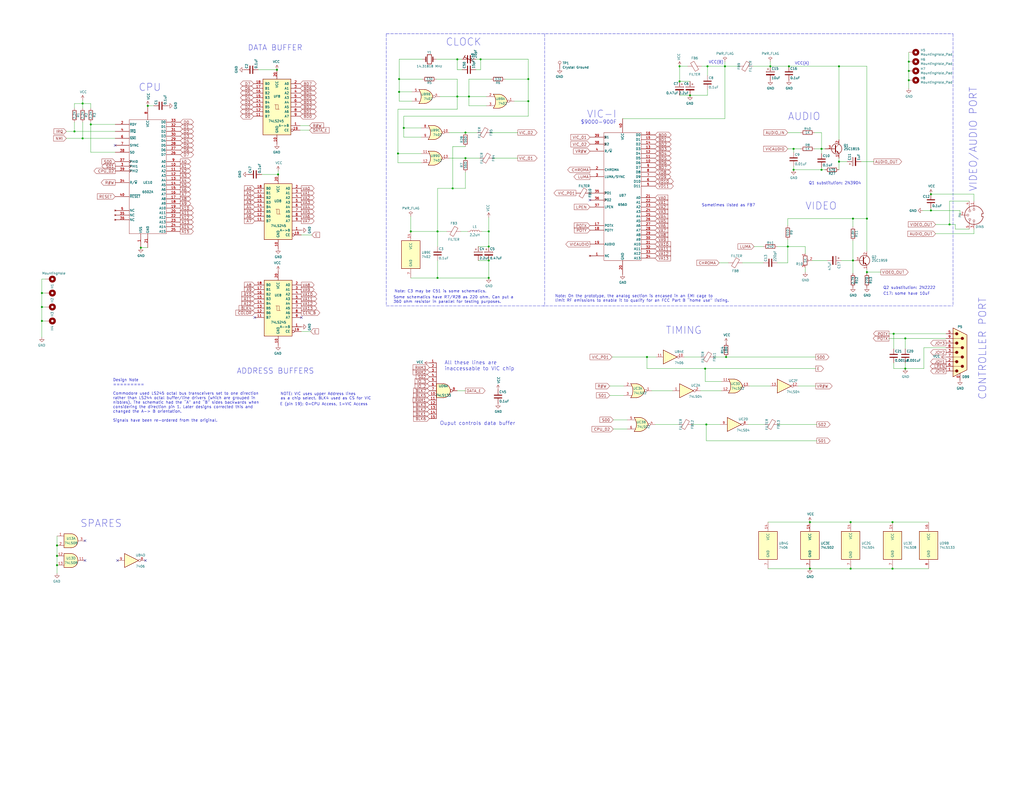
<source format=kicad_sch>
(kicad_sch (version 20211123) (generator eeschema)
  (paper "C")
  (title_block (title "VIC RELOADED") (date "2022-05-14") (rev "1.1-002D") (company "Steve J. Gray and Rich Cini") (comment 1 "Transcribed from CBM VIC-20cr schematics 251027-01D") (comment 2 "ECO 830151 4/12/83"))
  (junction (at 266.7 126.365))
  (junction (at 457.835 88.265))
  (junction (at 441.96 310.515))
  (junction (at 22.86 175.26))
  (junction (at 495.935 38.735))
  (junction (at 247.015 102.87))
  (junction (at 288.29 55.245))
  (junction (at 45.085 56.515))
  (junction (at 457.835 36.195))
  (junction (at 385.445 231.775))
  (junction (at 217.17 83.82))
  (junction (at 441.96 285.115))
  (junction (at 151.13 38.1))
  (junction (at 370.84 44.45))
  (junction (at 220.345 69.85))
  (junction (at 465.455 119.38))
  (junction (at 386.08 36.195))
  (junction (at 448.31 81.28))
  (junction (at 266.7 134.62))
  (junction (at 353.06 194.945))
  (junction (at 396.24 194.945))
  (junction (at 238.76 151.765))
  (junction (at 45.085 75.565))
  (junction (at 429.895 134.62))
  (junction (at 255.905 52.705))
  (junction (at 151.765 95.25))
  (junction (at 22.86 167.64))
  (junction (at 494.03 201.295))
  (junction (at 217.805 43.18))
  (junction (at 76.835 135.255))
  (junction (at 395.605 36.195))
  (junction (at 495.935 33.655))
  (junction (at 433.07 92.71))
  (junction (at 31.115 297.815))
  (junction (at 238.76 126.365))
  (junction (at 487.68 182.245))
  (junction (at 433.07 81.28))
  (junction (at 465.455 142.24))
  (junction (at 430.53 36.195))
  (junction (at 473.075 119.38))
  (junction (at 376.555 52.07))
  (junction (at 508 106.045))
  (junction (at 384.81 201.295))
  (junction (at 266.7 142.24))
  (junction (at 464.185 285.115))
  (junction (at 249.555 32.385))
  (junction (at 464.185 310.515))
  (junction (at 420.37 36.195))
  (junction (at 487.045 310.515))
  (junction (at 254 72.39))
  (junction (at 494.03 184.785))
  (junction (at 80.645 57.785))
  (junction (at 518.16 122.555))
  (junction (at 487.045 285.115))
  (junction (at 31.115 303.53))
  (junction (at 266.7 151.765))
  (junction (at 22.86 160.02))
  (junction (at 288.29 43.18))
  (junction (at 262.255 32.385))
  (junction (at 508 114.935))
  (junction (at 40.64 71.755))
  (junction (at 370.84 36.195))
  (junction (at 495.935 43.815))
  (junction (at 224.155 126.365))
  (junction (at 217.805 50.165))
  (junction (at 448.31 92.71))
  (junction (at 254 86.36))
  (junction (at 249.555 52.705))
  (junction (at 473.075 148.59))
  (junction (at 31.115 308.61))
  (junction (at 49.53 67.945))
  (no_connect (at 46.355 306.07))
  (no_connect (at 321.945 109.22))
  (no_connect (at 139.065 173.355))
  (no_connect (at 164.465 173.355))
  (no_connect (at 46.355 295.275))
  (no_connect (at 79.375 306.07))
  (no_connect (at 64.135 306.07))
  (no_connect (at 62.865 79.375))
  (wire (pts (xy 370.84 36.195) (xy 375.285 36.195)))
  (wire (pts (xy 353.06 194.945) (xy 358.14 194.945)))
  (wire (pts (xy 259.715 32.385) (xy 262.255 32.385)))
  (wire (pts (xy 255.27 126.365) (xy 251.46 126.365)))
  (wire (pts (xy 261.62 86.36) (xy 254 86.36)))
  (wire (pts (xy 266.7 142.24) (xy 266.7 151.765)))
  (wire (pts (xy 485.14 182.245) (xy 487.68 182.245)))
  (wire (pts (xy 397.51 143.51) (xy 392.43 143.51)))
  (wire (pts (xy 249.555 38.1) (xy 252.095 38.1)))
  (wire (pts (xy 254 80.01) (xy 247.015 80.01)))
  (wire (pts (xy 518.16 109.855) (xy 528.955 109.855)))
  (wire (pts (xy 518.16 122.555) (xy 518.16 109.855)))
  (wire (pts (xy 494.03 201.295) (xy 494.03 198.12)))
  (wire (pts (xy 249.555 43.18) (xy 238.125 43.18)))
  (polyline (pts (xy 210.82 18.415) (xy 520.065 18.415)))
  (wire (pts (xy 220.345 74.93) (xy 229.87 74.93)))
  (wire (pts (xy 262.255 32.385) (xy 288.29 32.385)))
  (wire (pts (xy 288.29 55.245) (xy 288.29 63.5)))
  (wire (pts (xy 238.76 142.24) (xy 238.76 151.765)))
  (wire (pts (xy 473.075 148.59) (xy 480.695 148.59)))
  (wire (pts (xy 22.86 175.26) (xy 24.765 175.26)))
  (wire (pts (xy 230.505 43.18) (xy 217.805 43.18)))
  (wire (pts (xy 247.015 80.01) (xy 247.015 102.87)))
  (wire (pts (xy 494.03 201.295) (xy 487.68 201.295)))
  (wire (pts (xy 332.74 215.9) (xy 340.36 215.9)))
  (wire (pts (xy 249.555 52.705) (xy 249.555 59.69)))
  (wire (pts (xy 439.42 146.05) (xy 439.42 148.59)))
  (wire (pts (xy 40.64 66.675) (xy 40.64 71.755)))
  (wire (pts (xy 448.31 72.39) (xy 444.5 72.39)))
  (wire (pts (xy 238.76 151.765) (xy 266.7 151.765)))
  (wire (pts (xy 376.555 44.45) (xy 370.84 44.45)))
  (wire (pts (xy 386.08 36.195) (xy 395.605 36.195)))
  (wire (pts (xy 36.195 75.565) (xy 45.085 75.565)))
  (wire (pts (xy 465.455 142.24) (xy 465.455 131.445)))
  (wire (pts (xy 408.94 210.82) (xy 420.37 210.82)))
  (wire (pts (xy 495.935 38.735) (xy 495.935 43.815)))
  (wire (pts (xy 245.11 86.36) (xy 254 86.36)))
  (wire (pts (xy 476.885 88.265) (xy 469.9 88.265)))
  (wire (pts (xy 504.19 201.295) (xy 494.03 201.295)))
  (wire (pts (xy 255.905 43.18) (xy 267.97 43.18)))
  (wire (pts (xy 249.555 52.705) (xy 255.905 52.705)))
  (wire (pts (xy 217.17 88.9) (xy 229.87 88.9)))
  (wire (pts (xy 249.555 213.36) (xy 254 213.36)))
  (wire (pts (xy 224.155 151.765) (xy 238.76 151.765)))
  (wire (pts (xy 83.82 57.785) (xy 80.645 57.785)))
  (wire (pts (xy 217.17 83.82) (xy 217.17 88.9)))
  (wire (pts (xy 249.555 32.385) (xy 249.555 38.1)))
  (wire (pts (xy 386.08 52.07) (xy 376.555 52.07)))
  (wire (pts (xy 487.045 310.515) (xy 506.73 310.515)))
  (wire (pts (xy 457.835 88.265) (xy 457.835 92.71)))
  (wire (pts (xy 151.765 95.25) (xy 142.875 95.25)))
  (wire (pts (xy 439.42 134.62) (xy 439.42 138.43)))
  (wire (pts (xy 334.645 229.235) (xy 342.265 229.235)))
  (wire (pts (xy 254 72.39) (xy 260.35 72.39)))
  (wire (pts (xy 22.86 175.26) (xy 22.86 167.64)))
  (wire (pts (xy 247.015 102.87) (xy 254 102.87)))
  (wire (pts (xy 49.53 67.945) (xy 62.865 67.945)))
  (wire (pts (xy 384.81 201.295) (xy 445.135 201.295)))
  (wire (pts (xy 441.96 285.115) (xy 419.1 285.115)))
  (wire (pts (xy 464.185 285.115) (xy 441.96 285.115)))
  (wire (pts (xy 249.555 32.385) (xy 252.095 32.385)))
  (wire (pts (xy 516.255 189.865) (xy 504.19 189.865)))
  (wire (pts (xy 357.505 231.775) (xy 370.205 231.775)))
  (wire (pts (xy 22.86 167.64) (xy 22.86 160.02)))
  (wire (pts (xy 31.115 292.735) (xy 31.115 297.815)))
  (wire (pts (xy 448.31 72.39) (xy 448.31 81.28)))
  (wire (pts (xy 353.06 194.945) (xy 353.06 201.295)))
  (wire (pts (xy 448.31 92.71) (xy 450.215 92.71)))
  (wire (pts (xy 370.84 44.45) (xy 370.84 36.195)))
  (wire (pts (xy 373.38 194.945) (xy 382.27 194.945)))
  (wire (pts (xy 494.03 184.785) (xy 516.255 184.785)))
  (wire (pts (xy 217.805 50.165) (xy 217.805 55.245)))
  (wire (pts (xy 433.07 83.185) (xy 433.07 81.28)))
  (wire (pts (xy 494.03 184.785) (xy 494.03 190.5)))
  (wire (pts (xy 436.88 72.39) (xy 429.895 72.39)))
  (wire (pts (xy 410.845 36.195) (xy 420.37 36.195)))
  (wire (pts (xy 487.68 182.245) (xy 516.255 182.245)))
  (wire (pts (xy 220.345 69.85) (xy 229.87 69.85)))
  (wire (pts (xy 465.455 142.24) (xy 465.455 149.225)))
  (wire (pts (xy 269.24 86.36) (xy 282.575 86.36)))
  (wire (pts (xy 49.53 56.515) (xy 49.53 59.055)))
  (wire (pts (xy 260.985 134.62) (xy 266.7 134.62)))
  (polyline (pts (xy 297.18 167.005) (xy 296.545 167.005)))
  (wire (pts (xy 443.23 142.24) (xy 451.485 142.24)))
  (wire (pts (xy 510.54 127.635) (xy 531.495 127.635)))
  (wire (pts (xy 457.835 36.195) (xy 457.835 76.2)))
  (wire (pts (xy 473.075 119.38) (xy 473.075 137.16)))
  (wire (pts (xy 230.505 32.385) (xy 217.805 32.385)))
  (wire (pts (xy 80.645 135.255) (xy 76.835 135.255)))
  (wire (pts (xy 473.075 36.195) (xy 473.075 119.38)))
  (wire (pts (xy 424.18 134.62) (xy 429.895 134.62)))
  (wire (pts (xy 224.155 126.365) (xy 238.76 126.365)))
  (wire (pts (xy 238.76 134.62) (xy 238.76 126.365)))
  (wire (pts (xy 429.895 123.19) (xy 429.895 119.38)))
  (wire (pts (xy 288.29 63.5) (xy 220.345 63.5)))
  (wire (pts (xy 389.89 194.945) (xy 396.24 194.945)))
  (wire (pts (xy 49.53 67.945) (xy 49.53 83.185)))
  (wire (pts (xy 334.645 234.315) (xy 342.265 234.315)))
  (wire (pts (xy 170.18 128.27) (xy 164.465 128.27)))
  (wire (pts (xy 217.805 55.245) (xy 224.79 55.245)))
  (wire (pts (xy 169.545 180.975) (xy 164.465 180.975)))
  (wire (pts (xy 217.805 50.165) (xy 224.79 50.165)))
  (polyline (pts (xy 520.065 18.415) (xy 520.065 167.005)))
  (wire (pts (xy 49.53 83.185) (xy 62.865 83.185)))
  (wire (pts (xy 487.045 285.115) (xy 464.185 285.115)))
  (wire (pts (xy 429.895 119.38) (xy 465.455 119.38)))
  (wire (pts (xy 49.53 66.675) (xy 49.53 67.945)))
  (wire (pts (xy 238.76 126.365) (xy 243.84 126.365)))
  (wire (pts (xy 429.895 134.62) (xy 439.42 134.62)))
  (wire (pts (xy 420.37 33.655) (xy 420.37 36.195)))
  (wire (pts (xy 521.335 125.095) (xy 528.955 125.095)))
  (wire (pts (xy 266.7 142.24) (xy 260.985 142.24)))
  (wire (pts (xy 504.19 189.865) (xy 504.19 201.295)))
  (wire (pts (xy 430.53 36.195) (xy 457.835 36.195)))
  (wire (pts (xy 262.89 126.365) (xy 266.7 126.365)))
  (wire (pts (xy 506.73 285.115) (xy 487.045 285.115)))
  (wire (pts (xy 465.455 119.38) (xy 473.075 119.38)))
  (wire (pts (xy 151.765 95.25) (xy 151.765 93.345)))
  (wire (pts (xy 266.7 126.365) (xy 266.7 134.62)))
  (wire (pts (xy 254 102.87) (xy 254 93.98)))
  (wire (pts (xy 355.6 213.36) (xy 367.03 213.36)))
  (wire (pts (xy 429.895 130.81) (xy 429.895 134.62)))
  (wire (pts (xy 448.31 91.44) (xy 448.31 92.71)))
  (wire (pts (xy 395.605 64.77) (xy 395.605 36.195)))
  (wire (pts (xy 36.195 71.755) (xy 40.64 71.755)))
  (wire (pts (xy 22.86 152.4) (xy 24.765 152.4)))
  (wire (pts (xy 217.17 59.69) (xy 217.17 83.82)))
  (wire (pts (xy 370.84 52.07) (xy 376.555 52.07)))
  (wire (pts (xy 424.815 231.775) (xy 445.77 231.775)))
  (wire (pts (xy 31.115 303.53) (xy 31.115 308.61)))
  (wire (pts (xy 485.14 184.785) (xy 494.03 184.785)))
  (wire (pts (xy 255.905 43.18) (xy 255.905 52.705)))
  (wire (pts (xy 40.64 56.515) (xy 45.085 56.515)))
  (wire (pts (xy 448.31 81.28) (xy 448.31 83.82)))
  (wire (pts (xy 45.085 66.675) (xy 45.085 75.565)))
  (wire (pts (xy 386.08 41.275) (xy 386.08 36.195)))
  (wire (pts (xy 288.29 32.385) (xy 288.29 43.18)))
  (wire (pts (xy 420.37 36.195) (xy 430.53 36.195)))
  (wire (pts (xy 531.495 127.635) (xy 531.495 125.095)))
  (polyline (pts (xy 210.82 18.415) (xy 210.82 167.005)))
  (wire (pts (xy 457.835 88.265) (xy 462.28 88.265)))
  (wire (pts (xy 140.97 38.1) (xy 151.13 38.1)))
  (wire (pts (xy 495.935 28.575) (xy 495.935 33.655)))
  (wire (pts (xy 245.11 72.39) (xy 254 72.39)))
  (wire (pts (xy 31.115 308.61) (xy 31.115 313.055)))
  (wire (pts (xy 503.555 114.935) (xy 508 114.935)))
  (wire (pts (xy 238.76 102.87) (xy 247.015 102.87)))
  (wire (pts (xy 473.075 148.59) (xy 473.075 149.225)))
  (wire (pts (xy 508 113.665) (xy 508 114.935)))
  (wire (pts (xy 395.605 36.195) (xy 403.225 36.195)))
  (wire (pts (xy 255.905 57.785) (xy 255.905 52.705)))
  (wire (pts (xy 384.81 208.28) (xy 393.7 208.28)))
  (wire (pts (xy 411.48 134.62) (xy 416.56 134.62)))
  (wire (pts (xy 408.305 231.775) (xy 417.195 231.775)))
  (wire (pts (xy 433.07 90.805) (xy 433.07 92.71)))
  (wire (pts (xy 495.935 33.655) (xy 495.935 38.735)))
  (wire (pts (xy 40.64 71.755) (xy 62.865 71.755)))
  (wire (pts (xy 288.29 43.18) (xy 275.59 43.18)))
  (wire (pts (xy 473.075 147.32) (xy 473.075 148.59)))
  (wire (pts (xy 45.085 54.61) (xy 45.085 56.515)))
  (wire (pts (xy 249.555 59.69) (xy 217.17 59.69)))
  (wire (pts (xy 457.835 36.195) (xy 473.075 36.195)))
  (wire (pts (xy 224.155 118.11) (xy 224.155 126.365)))
  (polyline (pts (xy 210.82 167.005) (xy 520.065 167.005)))
  (wire (pts (xy 267.97 72.39) (xy 282.575 72.39)))
  (wire (pts (xy 429.895 81.28) (xy 433.07 81.28)))
  (wire (pts (xy 22.86 184.15) (xy 22.86 175.26)))
  (wire (pts (xy 419.1 310.515) (xy 441.96 310.515)))
  (wire (pts (xy 424.18 143.51) (xy 429.895 143.51)))
  (wire (pts (xy 334.01 194.945) (xy 353.06 194.945)))
  (wire (pts (xy 238.76 126.365) (xy 238.76 102.87)))
  (wire (pts (xy 163.83 68.58) (xy 168.91 68.58)))
  (wire (pts (xy 459.105 142.24) (xy 465.455 142.24)))
  (wire (pts (xy 266.7 118.745) (xy 266.7 126.365)))
  (wire (pts (xy 464.185 310.515) (xy 487.045 310.515)))
  (wire (pts (xy 405.13 143.51) (xy 416.56 143.51)))
  (wire (pts (xy 465.455 123.825) (xy 465.455 119.38)))
  (wire (pts (xy 377.825 231.775) (xy 385.445 231.775)))
  (wire (pts (xy 441.96 310.515) (xy 464.185 310.515)))
  (wire (pts (xy 386.08 48.895) (xy 386.08 52.07)))
  (wire (pts (xy 523.875 114.935) (xy 523.875 117.475)))
  (wire (pts (xy 45.085 56.515) (xy 49.53 56.515)))
  (wire (pts (xy 217.17 83.82) (xy 229.87 83.82)))
  (wire (pts (xy 265.43 57.785) (xy 255.905 57.785)))
  (wire (pts (xy 435.61 210.82) (xy 445.135 210.82)))
  (wire (pts (xy 339.725 64.77) (xy 395.605 64.77)))
  (wire (pts (xy 280.67 55.245) (xy 288.29 55.245)))
  (wire (pts (xy 384.81 208.28) (xy 384.81 201.295)))
  (wire (pts (xy 433.07 92.71) (xy 448.31 92.71)))
  (wire (pts (xy 508 106.045) (xy 531.495 106.045)))
  (wire (pts (xy 385.445 231.775) (xy 385.445 240.665)))
  (wire (pts (xy 495.935 43.815) (xy 495.935 48.26)))
  (wire (pts (xy 259.715 38.1) (xy 262.255 38.1)))
  (wire (pts (xy 45.085 75.565) (xy 62.865 75.565)))
  (wire (pts (xy 457.835 86.36) (xy 457.835 88.265)))
  (wire (pts (xy 510.54 122.555) (xy 518.16 122.555)))
  (wire (pts (xy 262.255 38.1) (xy 262.255 32.385)))
  (polyline (pts (xy 297.18 18.415) (xy 297.18 167.005)))
  (wire (pts (xy 288.29 43.18) (xy 288.29 55.245)))
  (wire (pts (xy 40.64 59.055) (xy 40.64 56.515)))
  (wire (pts (xy 385.445 240.665) (xy 445.77 240.665)))
  (wire (pts (xy 448.31 81.28) (xy 450.215 81.28)))
  (wire (pts (xy 45.085 56.515) (xy 45.085 59.055)))
  (wire (pts (xy 240.03 52.705) (xy 249.555 52.705)))
  (wire (pts (xy 382.27 213.36) (xy 393.7 213.36)))
  (wire (pts (xy 22.86 167.64) (xy 24.765 167.64)))
  (wire (pts (xy 220.345 69.85) (xy 220.345 74.93)))
  (wire (pts (xy 487.68 182.245) (xy 487.68 190.5)))
  (wire (pts (xy 521.335 122.555) (xy 521.335 125.095)))
  (wire (pts (xy 395.605 33.655) (xy 395.605 36.195)))
  (wire (pts (xy 433.07 81.28) (xy 436.88 81.28)))
  (wire (pts (xy 168.91 71.12) (xy 163.83 71.12)))
  (wire (pts (xy 508 114.935) (xy 523.875 114.935)))
  (wire (pts (xy 385.445 231.775) (xy 393.065 231.775)))
  (wire (pts (xy 429.895 134.62) (xy 429.895 143.51)))
  (wire (pts (xy 444.5 81.28) (xy 448.31 81.28)))
  (wire (pts (xy 353.06 201.295) (xy 384.81 201.295)))
  (wire (pts (xy 531.495 106.045) (xy 531.495 109.855)))
  (wire (pts (xy 382.905 36.195) (xy 386.08 36.195)))
  (wire (pts (xy 31.115 297.815) (xy 31.115 303.53)))
  (wire (pts (xy 22.86 160.02) (xy 24.765 160.02)))
  (wire (pts (xy 396.24 194.945) (xy 445.135 194.945)))
  (wire (pts (xy 249.555 43.18) (xy 249.555 52.705)))
  (wire (pts (xy 22.86 160.02) (xy 22.86 152.4)))
  (wire (pts (xy 518.16 122.555) (xy 521.335 122.555)))
  (wire (pts (xy 255.905 52.705) (xy 265.43 52.705)))
  (wire (pts (xy 217.805 32.385) (xy 217.805 43.18)))
  (wire (pts (xy 220.345 63.5) (xy 220.345 69.85)))
  (wire (pts (xy 487.68 201.295) (xy 487.68 198.12)))
  (wire (pts (xy 340.36 210.82) (xy 332.74 210.82)))
  (wire (pts (xy 238.125 32.385) (xy 249.555 32.385)))
  (wire (pts (xy 217.805 43.18) (xy 217.805 50.165)))
  (text "CLOCK" (at 243.205 25.4 0) (effects (font (size 3.9878 3.9878)) (justify left bottom)))
  (text "$9000-900F" (at 316.865 67.945 0) (effects (font (size 2.0066 2.0066)) (justify left bottom)))
  (text "TIMING" (at 363.22 182.88 0) (effects (font (size 3.9878 3.9878)) (justify left bottom)))
  (text "VCC(B)" (at 386.715 34.925 0) (effects (font (size 1.524 1.524)) (justify left bottom)))
  (text "CPU" (at 75.565 50.165 0) (effects (font (size 3.9878 3.9878)) (justify left bottom)))
  (text "Ouput controls data buffer" (at 240.03 232.41 0) (effects (font (size 2.0066 2.0066)) (justify left bottom)))
  (text "Note: C3 may be C51 is some schematics." (at 215.265 160.02 0) (effects (font (size 1.524 1.524)) (justify left bottom)))
  (text "VIC-I" (at 336.55 64.77 180) (effects (font (size 3.9878 3.9878)) (justify right bottom)))
  (text "SPARES" (at 43.815 288.29 0) (effects (font (size 3.9878 3.9878)) (justify left bottom)))
  (text "VIDEO" (at 439.42 114.935 0) (effects (font (size 3.9878 3.9878)) (justify left bottom)))
  (text "VCC(A)" (at 433.705 35.56 0) (effects (font (size 1.524 1.524)) (justify left bottom)))
  (text "NOTE: VIC uses upper Address lines\nas a chip select. BLK4 used as CS for VIC" (at 153.035 218.44 0) (effects (font (size 1.4986 1.4986)) (justify left bottom)))
  (text "AUDIO" (at 429.895 66.04 0) (effects (font (size 3.9878 3.9878)) (justify left bottom)))
  (text "Sometimes listed as FB7" (at 382.905 113.03 0) (effects (font (size 1.524 1.524)) (justify left bottom)))
  (text "Q1 substitution: 2N3904" (at 441.325 100.965 0) (effects (font (size 1.524 1.524)) (justify left bottom)))
  (text "ADDRESS BUFFERS" (at 171.45 204.47 180) (effects (font (size 2.9972 2.9972)) (justify right bottom)))
  (text "E (pin 19): 0=CPU Access, 1=VIC Access" (at 200.66 221.615 180) (effects (font (size 1.4986 1.4986)) (justify right bottom)))
  (text "DATA BUFFER" (at 165.1 27.94 180) (effects (font (size 2.9972 2.9972)) (justify right bottom)))
  (text "All these lines are\ninaccessable to VIC chip" (at 242.57 202.565 0) (effects (font (size 2.0066 2.0066)) (justify left bottom)))
  (text "C17: some have 10uF" (at 481.965 161.29 0) (effects (font (size 1.524 1.524)) (justify left bottom)))
  (text "Q2 substitution: 2N2222" (at 481.965 158.115 0) (effects (font (size 1.524 1.524)) (justify left bottom)))
  (text "VIDEO/AUDIO PORT" (at 533.4 104.775 90) (effects (font (size 3.9878 3.9878)) (justify left bottom)))
  (text "Note: On the prototype, the analog section is encased in an EMI cage to\nlimit RF emissions to enable it to qualify for an FCC Part B “home use” listing." (at 302.895 165.1 0) (effects (font (size 1.524 1.524)) (justify left bottom)))
  (text "Design Note\n=========\n\nCommodore used LS245 octal bus transceivers set to one direction\nrather than LS244 octal buffer/line drivers (which are grouped in\nnibbles). The schematic had the “A” and “B” sides backwards when\nconsidering the direction pin 1. Later designs corrected this and \nchanged the A-> B orientation.\n\nSignals have been re-ordered from the original.\n\n" (at 61.595 233.045 0) (effects (font (size 1.524 1.524)) (justify left bottom)))
  (text "Some schematics have R7/R28 as 220 ohm. Can put a\n360 ohm resistor in parallel for testing purposes." (at 214.63 165.735 0) (effects (font (size 1.524 1.524)) (justify left bottom)))
  (text "CONTROLLER PORT" (at 538.48 218.44 90) (effects (font (size 3.9878 3.9878)) (justify left bottom)))
  (global_label "NMI" (shape input) (at 36.195 75.565 180) (effects (font (size 1.524 1.524))) (property "Intersheet References" "${INTERSHEET_REFS}" (effects hide)))
  (global_label "D6" (shape bidirectional) (at 138.43 48.26 180) (effects (font (size 1.524 1.524))) (property "Intersheet References" "${INTERSHEET_REFS}" (effects hide)))
  (global_label "D2" (shape bidirectional) (at 138.43 58.42 180) (effects (font (size 1.524 1.524))) (property "Intersheet References" "${INTERSHEET_REFS}" (effects hide)))
  (global_label "VIC_P01" (shape output) (at 314.325 105.41 180) (effects (font (size 1.524 1.524))) (property "Intersheet References" "${INTERSHEET_REFS}" (effects hide)))
  (global_label "BLK6" (shape input) (at 234.315 228.6 180) (effects (font (size 1.524 1.524))) (property "Intersheet References" "${INTERSHEET_REFS}" (effects hide)))
  (global_label "A2" (shape output) (at 98.425 93.345 0) (effects (font (size 1.524 1.524))) (property "Intersheet References" "${INTERSHEET_REFS}" (effects hide)))
  (global_label "BD2" (shape bidirectional) (at 163.83 58.42 0) (effects (font (size 1.524 1.524))) (property "Intersheet References" "${INTERSHEET_REFS}" (effects hide)))
  (global_label "A12" (shape output) (at 98.425 118.745 0) (effects (font (size 1.524 1.524))) (property "Intersheet References" "${INTERSHEET_REFS}" (effects hide)))
  (global_label "A5" (shape output) (at 98.425 100.965 0) (effects (font (size 1.524 1.524))) (property "Intersheet References" "${INTERSHEET_REFS}" (effects hide)))
  (global_label "BD1" (shape bidirectional) (at 163.83 60.96 0) (effects (font (size 1.524 1.524))) (property "Intersheet References" "${INTERSHEET_REFS}" (effects hide)))
  (global_label "RAM1" (shape input) (at 234.315 218.44 180) (effects (font (size 1.524 1.524))) (property "Intersheet References" "${INTERSHEET_REFS}" (effects hide)))
  (global_label "BLK5" (shape input) (at 234.315 215.9 180) (effects (font (size 1.524 1.524))) (property "Intersheet References" "${INTERSHEET_REFS}" (effects hide)))
  (global_label "CPU_02" (shape output) (at 62.865 93.345 180) (effects (font (size 1.524 1.524))) (property "Intersheet References" "${INTERSHEET_REFS}" (effects hide)))
  (global_label "VIC_P01" (shape input) (at 334.01 194.945 180) (effects (font (size 1.524 1.524))) (property "Intersheet References" "${INTERSHEET_REFS}" (effects hide)))
  (global_label "A3" (shape input) (at 139.065 110.49 180) (effects (font (size 1.524 1.524))) (property "Intersheet References" "${INTERSHEET_REFS}" (effects hide)))
  (global_label "A10" (shape output) (at 98.425 113.665 0) (effects (font (size 1.524 1.524))) (property "Intersheet References" "${INTERSHEET_REFS}" (effects hide)))
  (global_label "VA10" (shape input) (at 357.505 133.35 0) (effects (font (size 1.524 1.524))) (property "Intersheet References" "${INTERSHEET_REFS}" (effects hide)))
  (global_label "VICAUDIO" (shape input) (at 429.895 81.28 180) (effects (font (size 1.524 1.524))) (property "Intersheet References" "${INTERSHEET_REFS}" (effects hide)))
  (global_label "VIC_01" (shape input) (at 321.945 74.93 180) (effects (font (size 1.524 1.524))) (property "Intersheet References" "${INTERSHEET_REFS}" (effects hide)))
  (global_label "A12" (shape input) (at 139.065 165.735 180) (effects (font (size 1.524 1.524))) (property "Intersheet References" "${INTERSHEET_REFS}" (effects hide)))
  (global_label "VIDEO_OUT" (shape input) (at 510.54 122.555 180) (effects (font (size 1.524 1.524))) (property "Intersheet References" "${INTERSHEET_REFS}" (effects hide)))
  (global_label "VA12" (shape output) (at 164.465 165.735 0) (effects (font (size 1.524 1.524))) (property "Intersheet References" "${INTERSHEET_REFS}" (effects hide)))
  (global_label "VA7" (shape output) (at 164.465 120.65 0) (effects (font (size 1.524 1.524))) (property "Intersheet References" "${INTERSHEET_REFS}" (effects hide)))
  (global_label "VIC_01" (shape output) (at 282.575 86.36 0) (effects (font (size 1.524 1.524))) (property "Intersheet References" "${INTERSHEET_REFS}" (effects hide)))
  (global_label "AUDIO_OUT" (shape output) (at 476.885 88.265 0) (effects (font (size 1.524 1.524))) (property "Intersheet References" "${INTERSHEET_REFS}" (effects hide)))
  (global_label "VA4" (shape input) (at 357.505 118.11 0) (effects (font (size 1.524 1.524))) (property "Intersheet References" "${INTERSHEET_REFS}" (effects hide)))
  (global_label "LUMA" (shape input) (at 411.48 134.62 180) (effects (font (size 1.524 1.524))) (property "Intersheet References" "${INTERSHEET_REFS}" (effects hide)))
  (global_label "LPEN" (shape output) (at 516.255 200.025 180) (effects (font (size 1.524 1.524))) (property "Intersheet References" "${INTERSHEET_REFS}" (effects hide)))
  (global_label "VD11" (shape bidirectional) (at 357.505 101.6 0) (effects (font (size 1.524 1.524))) (property "Intersheet References" "${INTERSHEET_REFS}" (effects hide)))
  (global_label "VA5" (shape input) (at 357.505 120.65 0) (effects (font (size 1.524 1.524))) (property "Intersheet References" "${INTERSHEET_REFS}" (effects hide)))
  (global_label "AUDIO_OUT" (shape input) (at 510.54 127.635 180) (effects (font (size 1.524 1.524))) (property "Intersheet References" "${INTERSHEET_REFS}" (effects hide)))
  (global_label "A7" (shape output) (at 98.425 106.045 0) (effects (font (size 1.524 1.524))) (property "Intersheet References" "${INTERSHEET_REFS}" (effects hide)))
  (global_label "VA11" (shape output) (at 164.465 163.195 0) (effects (font (size 1.524 1.524))) (property "Intersheet References" "${INTERSHEET_REFS}" (effects hide)))
  (global_label "D4" (shape bidirectional) (at 98.425 76.835 0) (effects (font (size 1.524 1.524))) (property "Intersheet References" "${INTERSHEET_REFS}" (effects hide)))
  (global_label "BD0" (shape bidirectional) (at 357.505 73.66 0) (effects (font (size 1.524 1.524))) (property "Intersheet References" "${INTERSHEET_REFS}" (effects hide)))
  (global_label "D5" (shape bidirectional) (at 98.425 79.375 0) (effects (font (size 1.524 1.524))) (property "Intersheet References" "${INTERSHEET_REFS}" (effects hide)))
  (global_label "VA6" (shape output) (at 164.465 118.11 0) (effects (font (size 1.524 1.524))) (property "Intersheet References" "${INTERSHEET_REFS}" (effects hide)))
  (global_label "VR#W" (shape input) (at 321.945 82.55 180) (effects (font (size 1.524 1.524))) (property "Intersheet References" "${INTERSHEET_REFS}" (effects hide)))
  (global_label "VA9" (shape input) (at 357.505 130.81 0) (effects (font (size 1.524 1.524))) (property "Intersheet References" "${INTERSHEET_REFS}" (effects hide)))
  (global_label "VIC_02" (shape output) (at 282.575 72.39 0) (effects (font (size 1.524 1.524))) (property "Intersheet References" "${INTERSHEET_REFS}" (effects hide)))
  (global_label "D1" (shape bidirectional) (at 98.425 69.215 0) (effects (font (size 1.524 1.524))) (property "Intersheet References" "${INTERSHEET_REFS}" (effects hide)))
  (global_label "RESET" (shape input) (at 62.865 107.315 180) (effects (font (size 1.524 1.524))) (property "Intersheet References" "${INTERSHEET_REFS}" (effects hide)))
  (global_label "D4" (shape bidirectional) (at 138.43 53.34 180) (effects (font (size 1.524 1.524))) (property "Intersheet References" "${INTERSHEET_REFS}" (effects hide)))
  (global_label "VA6" (shape input) (at 357.505 123.19 0) (effects (font (size 1.524 1.524))) (property "Intersheet References" "${INTERSHEET_REFS}" (effects hide)))
  (global_label "S01" (shape output) (at 445.77 240.665 0) (effects (font (size 1.524 1.524))) (property "Intersheet References" "${INTERSHEET_REFS}" (effects hide)))
  (global_label "BD1" (shape bidirectional) (at 357.505 76.2 0) (effects (font (size 1.524 1.524))) (property "Intersheet References" "${INTERSHEET_REFS}" (effects hide)))
  (global_label "JOY1" (shape output) (at 516.255 197.485 180) (effects (font (size 1.524 1.524))) (property "Intersheet References" "${INTERSHEET_REFS}" (effects hide)))
  (global_label "VA11" (shape input) (at 357.505 135.89 0) (effects (font (size 1.524 1.524))) (property "Intersheet References" "${INTERSHEET_REFS}" (effects hide)))
  (global_label "A4" (shape input) (at 139.065 113.03 180) (effects (font (size 1.524 1.524))) (property "Intersheet References" "${INTERSHEET_REFS}" (effects hide)))
  (global_label "JOY3" (shape output) (at 516.255 187.325 180) (effects (font (size 1.524 1.524))) (property "Intersheet References" "${INTERSHEET_REFS}" (effects hide)))
  (global_label "S01" (shape output) (at 62.865 90.805 180) (effects (font (size 1.524 1.524))) (property "Intersheet References" "${INTERSHEET_REFS}" (effects hide)))
  (global_label "A6" (shape output) (at 98.425 103.505 0) (effects (font (size 1.524 1.524))) (property "Intersheet References" "${INTERSHEET_REFS}" (effects hide)))
  (global_label "S00" (shape input) (at 334.645 229.235 180) (effects (font (size 1.524 1.524))) (property "Intersheet References" "${INTERSHEET_REFS}" (effects hide)))
  (global_label "VA0" (shape output) (at 164.465 102.87 0) (effects (font (size 1.524 1.524))) (property "Intersheet References" "${INTERSHEET_REFS}" (effects hide)))
  (global_label "VA13" (shape input) (at 357.505 140.97 0) (effects (font (size 1.524 1.524))) (property "Intersheet References" "${INTERSHEET_REFS}" (effects hide)))
  (global_label "LPEN" (shape input) (at 321.945 113.03 180) (effects (font (size 1.524 1.524))) (property "Intersheet References" "${INTERSHEET_REFS}" (effects hide)))
  (global_label "BLK1" (shape input) (at 234.315 226.06 180) (effects (font (size 1.524 1.524))) (property "Intersheet References" "${INTERSHEET_REFS}" (effects hide)))
  (global_label "VA7" (shape input) (at 357.505 125.73 0) (effects (font (size 1.524 1.524))) (property "Intersheet References" "${INTERSHEET_REFS}" (effects hide)))
  (global_label "BD4" (shape bidirectional) (at 357.505 83.82 0) (effects (font (size 1.524 1.524))) (property "Intersheet References" "${INTERSHEET_REFS}" (effects hide)))
  (global_label "D7" (shape bidirectional) (at 138.43 45.72 180) (effects (font (size 1.524 1.524))) (property "Intersheet References" "${INTERSHEET_REFS}" (effects hide)))
  (global_label "D6" (shape bidirectional) (at 98.425 81.915 0) (effects (font (size 1.524 1.524))) (property "Intersheet References" "${INTERSHEET_REFS}" (effects hide)))
  (global_label "D0" (shape bidirectional) (at 98.425 66.675 0) (effects (font (size 1.524 1.524))) (property "Intersheet References" "${INTERSHEET_REFS}" (effects hide)))
  (global_label "S00" (shape output) (at 445.135 194.945 0) (effects (font (size 1.524 1.524))) (property "Intersheet References" "${INTERSHEET_REFS}" (effects hide)))
  (global_label "VA1" (shape output) (at 164.465 105.41 0) (effects (font (size 1.524 1.524))) (property "Intersheet References" "${INTERSHEET_REFS}" (effects hide)))
  (global_label "VA2" (shape output) (at 164.465 107.95 0) (effects (font (size 1.524 1.524))) (property "Intersheet References" "${INTERSHEET_REFS}" (effects hide)))
  (global_label "VD8" (shape bidirectional) (at 357.505 93.98 0) (effects (font (size 1.524 1.524))) (property "Intersheet References" "${INTERSHEET_REFS}" (effects hide)))
  (global_label "D3" (shape bidirectional) (at 98.425 74.295 0) (effects (font (size 1.524 1.524))) (property "Intersheet References" "${INTERSHEET_REFS}" (effects hide)))
  (global_label "A3" (shape output) (at 98.425 95.885 0) (effects (font (size 1.524 1.524))) (property "Intersheet References" "${INTERSHEET_REFS}" (effects hide)))
  (global_label "VA13" (shape output) (at 164.465 168.275 0) (effects (font (size 1.524 1.524))) (property "Intersheet References" "${INTERSHEET_REFS}" (effects hide)))
  (global_label "S02" (shape output) (at 445.77 231.775 0) (effects (font (size 1.524 1.524))) (property "Intersheet References" "${INTERSHEET_REFS}" (effects hide)))
  (global_label "BD3" (shape bidirectional) (at 163.83 55.88 0) (effects (font (size 1.524 1.524))) (property "Intersheet References" "${INTERSHEET_REFS}" (effects hide)))
  (global_label "RAM2" (shape input) (at 234.315 203.2 180) (effects (font (size 1.524 1.524))) (property "Intersheet References" "${INTERSHEET_REFS}" (effects hide)))
  (global_label "VD9" (shape bidirectional) (at 357.505 96.52 0) (effects (font (size 1.524 1.524))) (property "Intersheet References" "${INTERSHEET_REFS}" (effects hide)))
  (global_label "S01" (shape input) (at 332.74 215.9 180) (effects (font (size 1.524 1.524))) (property "Intersheet References" "${INTERSHEET_REFS}" (effects hide)))
  (global_label "D5" (shape bidirectional) (at 138.43 50.8 180) (effects (font (size 1.524 1.524))) (property "Intersheet References" "${INTERSHEET_REFS}" (effects hide)))
  (global_label "COLOR" (shape input) (at 139.065 170.815 180) (effects (font (size 1.524 1.524))) (property "Intersheet References" "${INTERSHEET_REFS}" (effects hide)))
  (global_label "BD6" (shape bidirectional) (at 163.83 48.26 0) (effects (font (size 1.524 1.524))) (property "Intersheet References" "${INTERSHEET_REFS}" (effects hide)))
  (global_label "BLK4" (shape input) (at 139.065 168.275 180) (effects (font (size 1.524 1.524))) (property "Intersheet References" "${INTERSHEET_REFS}" (effects hide)))
  (global_label "BD5" (shape bidirectional) (at 357.505 86.36 0) (effects (font (size 1.524 1.524))) (property "Intersheet References" "${INTERSHEET_REFS}" (effects hide)))
  (global_label "POTX" (shape output) (at 485.14 184.785 180) (effects (font (size 1.524 1.524))) (property "Intersheet References" "${INTERSHEET_REFS}" (effects hide)))
  (global_label "VA4" (shape output) (at 164.465 113.03 0) (effects (font (size 1.524 1.524))) (property "Intersheet References" "${INTERSHEET_REFS}" (effects hide)))
  (global_label "VIDEO_OUT" (shape output) (at 480.695 148.59 0) (effects (font (size 1.524 1.524))) (property "Intersheet References" "${INTERSHEET_REFS}" (effects hide)))
  (global_label "VA3" (shape input) (at 357.505 115.57 0) (effects (font (size 1.524 1.524))) (property "Intersheet References" "${INTERSHEET_REFS}" (effects hide)))
  (global_label "A1" (shape input) (at 139.065 105.41 180) (effects (font (size 1.524 1.524))) (property "Intersheet References" "${INTERSHEET_REFS}" (effects hide)))
  (global_label "A9" (shape output) (at 98.425 111.125 0) (effects (font (size 1.524 1.524))) (property "Intersheet References" "${INTERSHEET_REFS}" (effects hide)))
  (global_label "VA3" (shape output) (at 164.465 110.49 0) (effects (font (size 1.524 1.524))) (property "Intersheet References" "${INTERSHEET_REFS}" (effects hide)))
  (global_label "JOY0" (shape output) (at 516.255 202.565 180) (effects (font (size 1.524 1.524))) (property "Intersheet References" "${INTERSHEET_REFS}" (effects hide)))
  (global_label "A11" (shape output) (at 98.425 116.205 0) (effects (font (size 1.524 1.524))) (property "Intersheet References" "${INTERSHEET_REFS}" (effects hide)))
  (global_label "VA2" (shape input) (at 357.505 113.03 0) (effects (font (size 1.524 1.524))) (property "Intersheet References" "${INTERSHEET_REFS}" (effects hide)))
  (global_label "AUDIO_IN" (shape input) (at 429.895 72.39 180) (effects (font (size 1.524 1.524))) (property "Intersheet References" "${INTERSHEET_REFS}" (effects hide)))
  (global_label "VIC_02" (shape input) (at 321.945 78.74 180) (effects (font (size 1.524 1.524))) (property "Intersheet References" "${INTERSHEET_REFS}" (effects hide)))
  (global_label "D1" (shape bidirectional) (at 138.43 60.96 180) (effects (font (size 1.524 1.524))) (property "Intersheet References" "${INTERSHEET_REFS}" (effects hide)))
  (global_label "A15" (shape output) (at 98.425 126.365 0) (effects (font (size 1.524 1.524))) (property "Intersheet References" "${INTERSHEET_REFS}" (effects hide)))
  (global_label "E" (shape input) (at 169.545 180.975 0) (effects (font (size 1.524 1.524))) (property "Intersheet References" "${INTERSHEET_REFS}" (effects hide)))
  (global_label "R#W" (shape input) (at 168.91 68.58 0) (effects (font (size 1.524 1.524))) (property "Intersheet References" "${INTERSHEET_REFS}" (effects hide)))
  (global_label "BD7" (shape bidirectional) (at 357.505 91.44 0) (effects (font (size 1.524 1.524))) (property "Intersheet References" "${INTERSHEET_REFS}" (effects hide)))
  (global_label "VA9" (shape output) (at 164.465 158.115 0) (effects (font (size 1.524 1.524))) (property "Intersheet References" "${INTERSHEET_REFS}" (effects hide)))
  (global_label "A6" (shape input) (at 139.065 118.11 180) (effects (font (size 1.524 1.524))) (property "Intersheet References" "${INTERSHEET_REFS}" (effects hide)))
  (global_label "A11" (shape input) (at 139.065 163.195 180) (effects (font (size 1.524 1.524))) (property "Intersheet References" "${INTERSHEET_REFS}" (effects hide)))
  (global_label "VICAUDIO" (shape output) (at 321.945 133.35 180) (effects (font (size 1.524 1.524))) (property "Intersheet References" "${INTERSHEET_REFS}" (effects hide)))
  (global_label "IRQ" (shape input) (at 36.195 71.755 180) (effects (font (size 1.524 1.524))) (property "Intersheet References" "${INTERSHEET_REFS}" (effects hide)))
  (global_label "BLK3" (shape input) (at 234.315 220.98 180) (effects (font (size 1.524 1.524))) (property "Intersheet References" "${INTERSHEET_REFS}" (effects hide)))
  (global_label "BD2" (shape bidirectional) (at 357.505 78.74 0) (effects (font (size 1.524 1.524))) (property "Intersheet References" "${INTERSHEET_REFS}" (effects hide)))
  (global_label "A0" (shape input) (at 139.065 102.87 180) (effects (font (size 1.524 1.524))) (property "Intersheet References" "${INTERSHEET_REFS}" (effects hide)))
  (global_label "D7" (shape bidirectional) (at 98.425 84.455 0) (effects (font (size 1.524 1.524))) (property "Intersheet References" "${INTERSHEET_REFS}" (effects hide)))
  (global_label "CEN_B" (shape output) (at 164.465 170.815 0) (effects (font (size 1.524 1.524))) (property "Intersheet References" "${INTERSHEET_REFS}" (effects hide)))
  (global_label "DATA_E" (shape output) (at 254 213.36 0) (effects (font (size 1.524 1.524))) (property "Intersheet References" "${INTERSHEET_REFS}" (effects hide)))
  (global_label "CHROMA" (shape output) (at 321.945 92.71 180) (effects (font (size 1.524 1.524))) (property "Intersheet References" "${INTERSHEET_REFS}" (effects hide)))
  (global_label "A4" (shape output) (at 98.425 98.425 0) (effects (font (size 1.524 1.524))) (property "Intersheet References" "${INTERSHEET_REFS}" (effects hide)))
  (global_label "IO_3" (shape input) (at 234.315 208.28 180) (effects (font (size 1.524 1.524))) (property "Intersheet References" "${INTERSHEET_REFS}" (effects hide)))
  (global_label "DATA_E" (shape input) (at 168.91 71.12 0) (effects (font (size 1.524 1.524))) (property "Intersheet References" "${INTERSHEET_REFS}" (effects hide)))
  (global_label "D2" (shape bidirectional) (at 98.425 71.755 0) (effects (font (size 1.524 1.524))) (property "Intersheet References" "${INTERSHEET_REFS}" (effects hide)))
  (global_label "CHROMA" (shape input) (at 392.43 143.51 180) (effects (font (size 1.524 1.524))) (property "Intersheet References" "${INTERSHEET_REFS}" (effects hide)))
  (global_label "A8" (shape output) (at 98.425 108.585 0) (effects (font (size 1.524 1.524))) (property "Intersheet References" "${INTERSHEET_REFS}" (effects hide)))
  (global_label "POTY" (shape output) (at 485.14 182.245 180) (effects (font (size 1.524 1.524))) (property "Intersheet References" "${INTERSHEET_REFS}" (effects hide)))
  (global_label "CPU_02" (shape input) (at 334.645 234.315 180) (effects (font (size 1.524 1.524))) (property "Intersheet References" "${INTERSHEET_REFS}" (effects hide)))
  (global_label "BD4" (shape bidirectional) (at 163.83 50.8 0) (effects (font (size 1.524 1.524))) (property "Intersheet References" "${INTERSHEET_REFS}" (effects hide)))
  (global_label "A14" (shape output) (at 98.425 123.825 0) (effects (font (size 1.524 1.524))) (property "Intersheet References" "${INTERSHEET_REFS}" (effects hide)))
  (global_label "E" (shape output) (at 445.135 201.295 0) (effects (font (size 1.524 1.524))) (property "Intersheet References" "${INTERSHEET_REFS}" (effects hide)))
  (global_label "IO_2" (shape input) (at 234.315 210.82 180) (effects (font (size 1.524 1.524))) (property "Intersheet References" "${INTERSHEET_REFS}" (effects hide)))
  (global_label "BD5" (shape bidirectional) (at 163.83 53.34 0) (effects (font (size 1.524 1.524))) (property "Intersheet References" "${INTERSHEET_REFS}" (effects hide)))
  (global_label "BD0" (shape bidirectional) (at 163.83 63.5 0) (effects (font (size 1.524 1.524))) (property "Intersheet References" "${INTERSHEET_REFS}" (effects hide)))
  (global_label "R#W" (shape input) (at 332.74 210.82 180) (effects (font (size 1.524 1.524))) (property "Intersheet References" "${INTERSHEET_REFS}" (effects hide)))
  (global_label "D0" (shape bidirectional) (at 138.43 63.5 180) (effects (font (size 1.524 1.524))) (property "Intersheet References" "${INTERSHEET_REFS}" (effects hide)))
  (global_label "A2" (shape input) (at 139.065 107.95 180) (effects (font (size 1.524 1.524))) (property "Intersheet References" "${INTERSHEET_REFS}" (effects hide)))
  (global_label "RAM3" (shape input) (at 234.315 200.66 180) (effects (font (size 1.524 1.524))) (property "Intersheet References" "${INTERSHEET_REFS}" (effects hide)))
  (global_label "VA12" (shape input) (at 357.505 138.43 0) (effects (font (size 1.524 1.524))) (property "Intersheet References" "${INTERSHEET_REFS}" (effects hide)))
  (global_label "A10" (shape input) (at 139.065 160.655 180) (effects (font (size 1.524 1.524))) (property "Intersheet References" "${INTERSHEET_REFS}" (effects hide)))
  (global_label "VA0" (shape input) (at 357.505 107.95 0) (effects (font (size 1.524 1.524))) (property "Intersheet References" "${INTERSHEET_REFS}" (effects hide)))
  (global_label "POTY" (shape input) (at 321.945 125.73 180) (effects (font (size 1.524 1.524))) (property "Intersheet References" "${INTERSHEET_REFS}" (effects hide)))
  (global_label "VR#W" (shape output) (at 445.135 210.82 0) (effects (font (size 1.524 1.524))) (property "Intersheet References" "${INTERSHEET_REFS}" (effects hide)))
  (global_label "VA5" (shape output) (at 164.465 115.57 0) (effects (font (size 1.524 1.524))) (property "Intersheet References" "${INTERSHEET_REFS}" (effects hide)))
  (global_label "A9" (shape input) (at 139.065 158.115 180) (effects (font (size 1.524 1.524))) (property "Intersheet References" "${INTERSHEET_REFS}" (effects hide)))
  (global_label "S00" (shape input) (at 62.865 88.265 180) (effects (font (size 1.524 1.524))) (property "Intersheet References" "${INTERSHEET_REFS}" (effects hide)))
  (global_label "A7" (shape input) (at 139.065 120.65 180) (effects (font (size 1.524 1.524))) (property "Intersheet References" "${INTERSHEET_REFS}" (effects hide)))
  (global_label "BD6" (shape bidirectional) (at 357.505 88.9 0) (effects (font (size 1.524 1.524))) (property "Intersheet References" "${INTERSHEET_REFS}" (effects hide)))
  (global_label "VD10" (shape bidirectional) (at 357.505 99.06 0) (effects (font (size 1.524 1.524))) (property "Intersheet References" "${INTERSHEET_REFS}" (effects hide)))
  (global_label "BLK7" (shape input) (at 234.315 213.36 180) (effects (font (size 1.524 1.524))) (property "Intersheet References" "${INTERSHEET_REFS}" (effects hide)))
  (global_label "VA8" (shape input) (at 357.505 128.27 0) (effects (font (size 1.524 1.524))) (property "Intersheet References" "${INTERSHEET_REFS}" (effects hide)))
  (global_label "BLK2" (shape input) (at 234.315 223.52 180) (effects (font (size 1.524 1.524))) (property "Intersheet References" "${INTERSHEET_REFS}" (effects hide)))
  (global_label "BD3" (shape bidirectional) (at 357.505 81.28 0) (effects (font (size 1.524 1.524))) (property "Intersheet References" "${INTERSHEET_REFS}" (effects hide)))
  (global_label "A0" (shape output) (at 98.425 88.265 0) (effects (font (size 1.524 1.524))) (property "Intersheet References" "${INTERSHEET_REFS}" (effects hide)))
  (global_label "POTX" (shape input) (at 321.945 123.19 180) (effects (font (size 1.524 1.524))) (property "Intersheet References" "${INTERSHEET_REFS}" (effects hide)))
  (global_label "A1" (shape output) (at 98.425 90.805 0) (effects (font (size 1.524 1.524))) (property "Intersheet References" "${INTERSHEET_REFS}" (effects hide)))
  (global_label "R#W" (shape output) (at 62.865 99.695 180) (effects (font (size 1.524 1.524))) (property "Intersheet References" "${INTERSHEET_REFS}" (effects hide)))
  (global_label "LUMA" (shape output) (at 321.945 96.52 180) (effects (font (size 1.524 1.524))) (property "Intersheet References" "${INTERSHEET_REFS}" (effects hide)))
  (global_label "VA8" (shape output) (at 164.465 155.575 0) (effects (font (size 1.524 1.524))) (property "Intersheet References" "${INTERSHEET_REFS}" (effects hide)))
  (global_label "E" (shape input) (at 170.18 128.27 0) (effects (font (size 1.524 1.524))) (property "Intersheet References" "${INTERSHEET_REFS}" (effects hide)))
  (global_label "D3" (shape bidirectional) (at 138.43 55.88 180) (effects (font (size 1.524 1.524))) (property "Intersheet References" "${INTERSHEET_REFS}" (effects hide)))
  (global_label "A13" (shape output) (at 98.425 121.285 0) (effects (font (size 1.524 1.524))) (property "Intersheet References" "${INTERSHEET_REFS}" (effects hide)))
  (global_label "BD7" (shape bidirectional) (at 163.83 45.72 0) (effects (font (size 1.524 1.524))) (property "Intersheet References" "${INTERSHEET_REFS}" (effects hide)))
  (global_label "A8" (shape input) (at 139.065 155.575 180) (effects (font (size 1.524 1.524))) (property "Intersheet References" "${INTERSHEET_REFS}" (effects hide)))
  (global_label "S02" (shape input) (at 234.315 205.74 180) (effects (font (size 1.524 1.524))) (property "Intersheet References" "${INTERSHEET_REFS}" (effects hide)))
  (global_label "VA10" (shape output) (at 164.465 160.655 0) (effects (font (size 1.524 1.524))) (property "Intersheet References" "${INTERSHEET_REFS}" (effects hide)))
  (global_label "JOY2" (shape output) (at 516.255 192.405 180) (effects (font (size 1.524 1.524))) (property "Intersheet References" "${INTERSHEET_REFS}" (effects hide)))
  (global_label "A5" (shape input) (at 139.065 115.57 180) (effects (font (size 1.524 1.524))) (property "Intersheet References" "${INTERSHEET_REFS}" (effects hide)))
  (global_label "VA1" (shape input) (at 357.505 110.49 0) (effects (font (size 1.524 1.524))) (property "Intersheet References" "${INTERSHEET_REFS}" (effects hide)))
  (symbol (lib_id "74xx:74LS08") (at 38.735 295.275 0) (unit 1)
    (property "Reference" "U13" (at 38.735 294.005 0))
    (property "Value" "74LS08" (at 38.735 296.545 0))
    (property "Footprint" "Package_DIP:DIP-14_W7.62mm_Socket" (effects hide))
    (property "Datasheet" "http://www.ti.com/lit/gpn/sn74LS08" (effects hide))
  )
  (symbol (lib_id "74xx:74LS08") (at 38.735 306.07 0) (unit 4)
    (property "Reference" "U13" (at 38.735 304.8 0))
    (property "Value" "74LS08" (at 38.735 307.34 0))
    (property "Footprint" "Package_DIP:DIP-14_W7.62mm_Socket" (effects hide))
    (property "Datasheet" "http://www.ti.com/lit/gpn/sn74LS08" (effects hide))
  )
  (symbol (lib_id "74xx:74LS06") (at 71.755 306.07 0) (unit 4)
    (property "Reference" "UB4" (at 76.708 303.149 0))
    (property "Value" "7406" (at 76.581 309.245 0))
    (property "Footprint" "Package_DIP:DIP-14_W7.62mm_Socket" (effects hide))
    (property "Datasheet" "http://www.ti.com/lit/gpn/sn74LS06N" (effects hide))
  )
  (symbol (lib_id "power:GND") (at 31.115 313.055 0) (mirror y) (unit 1)
    (property "Reference" "#PWR0190" (effects hide))
    (property "Value" "GND" (at 30.988 317.4492 0))
  )
  (symbol (lib_id "Device:C") (at 87.63 57.785 90) (unit 1)
    (property "Reference" "C1" (at 85.09 57.15 0) (effects (justify left)))
    (property "Value" "0.1uF" (at 90.17 57.15 0) (effects (justify left)))
    (property "Footprint" "Capacitor_THT:C_Disc_D4.3mm_W1.9mm_P5.00mm" (effects hide))
  )
  (symbol (lib_id "power:VCC") (at 80.645 57.785 0) (unit 1)
    (property "Reference" "#PWR0187" (effects hide))
    (property "Value" "VCC" (at 81.026 54.5592 90) (effects (justify left)))
  )
  (symbol (lib_id "power:GND") (at 91.44 57.785 90) (unit 1)
    (property "Reference" "#PWR0188" (effects hide))
    (property "Value" "GND" (at 95.8342 57.658 0))
  )
  (symbol (lib_id "Device:C") (at 139.065 95.25 90) (unit 1)
    (property "Reference" "C47" (at 136.525 94.615 0) (effects (justify left)))
    (property "Value" "0.1uF" (at 141.605 94.615 0) (effects (justify left)))
    (property "Footprint" "Capacitor_THT:C_Disc_D4.3mm_W1.9mm_P5.00mm" (effects hide))
  )
  (symbol (lib_id "power:GND") (at 135.255 95.25 270) (mirror x) (unit 1)
    (property "Reference" "#PWR0189" (effects hide))
    (property "Value" "GND" (at 130.8608 95.123 0))
  )
  (symbol (lib_id "power:GND") (at 523.875 207.645 0) (unit 1)
    (property "Reference" "#PWR0214" (effects hide))
    (property "Value" "GND" (at 524.002 212.0392 0))
  )
  (symbol (lib_id "Connector:TestPoint") (at 305.435 37.465 0) (unit 1)
    (property "Reference" "TP1" (at 306.9082 34.4678 0) (effects (justify left)))
    (property "Value" "Crystal Ground" (at 306.9082 36.7792 0) (effects (justify left)))
    (property "Footprint" "TestPoint:TestPoint_THTPad_D1.0mm_Drill0.5mm" (effects hide))
  )
  (symbol (lib_id "power:GND") (at 305.435 37.465 0) (mirror y) (unit 1)
    (property "Reference" "#PWR0215" (effects hide))
    (property "Value" "GND" (at 305.308 41.8592 0))
  )
  (symbol (lib_id "Device:R") (at 440.69 72.39 90) (unit 1)
    (property "Reference" "R40" (at 440.69 70.358 90))
    (property "Value" "1K" (at 440.69 72.39 90))
    (property "Footprint" "Resistor_THT:R_Axial_DIN0207_L6.3mm_D2.5mm_P2.54mm_Vertical" (effects hide))
  )
  (symbol (lib_id "power:GND") (at 266.7 151.765 0) (unit 1)
    (property "Reference" "#PWR0218" (effects hide))
    (property "Value" "GND" (at 266.827 156.1592 0))
  )
  (symbol (lib_id "Mechanical:MountingHole_Pad") (at 498.475 28.575 270) (unit 1)
    (property "Reference" "H5" (at 502.285 27.4066 90) (effects (justify left)))
    (property "Value" "MountingHole_Pad" (at 502.285 29.718 90) (effects (justify left)))
    (property "Footprint" "MountingHole:MountingHole_2.2mm_M2_Pad" (effects hide))
  )
  (symbol (lib_id "Mechanical:MountingHole_Pad") (at 498.475 33.655 270) (unit 1)
    (property "Reference" "H6" (at 502.285 32.4866 90) (effects (justify left)))
    (property "Value" "MountingHole_Pad" (at 502.285 34.798 90) (effects (justify left)))
    (property "Footprint" "MountingHole:MountingHole_2.2mm_M2_Pad" (effects hide))
  )
  (symbol (lib_id "Mechanical:MountingHole_Pad") (at 498.475 38.735 270) (unit 1)
    (property "Reference" "H7" (at 502.285 37.5666 90) (effects (justify left)))
    (property "Value" "MountingHole_Pad" (at 502.285 39.878 90) (effects (justify left)))
    (property "Footprint" "MountingHole:MountingHole_2.2mm_M2_Pad" (effects hide))
  )
  (symbol (lib_id "Mechanical:MountingHole_Pad") (at 498.475 43.815 270) (unit 1)
    (property "Reference" "H8" (at 502.285 42.6466 90) (effects (justify left)))
    (property "Value" "MountingHole_Pad" (at 502.285 44.958 90) (effects (justify left)))
    (property "Footprint" "MountingHole:MountingHole_2.2mm_M2_Pad" (effects hide))
  )
  (symbol (lib_id "power:PWR_FLAG") (at 420.37 33.655 0) (unit 1)
    (property "Reference" "#FLG0105" (effects hide))
    (property "Value" "PWR_FLAG" (at 420.37 29.2608 0))
  )
  (symbol (lib_id "power:GND") (at 495.935 48.26 0) (unit 1)
    (property "Reference" "#PWR0213" (effects hide))
    (property "Value" "GND" (at 496.062 52.6542 0))
  )
  (symbol (lib_id "power:VCC") (at 266.7 118.745 0) (mirror y) (unit 1)
    (property "Reference" "#PWR0168" (effects hide))
    (property "Value" "VCC" (at 266.319 115.4938 90) (effects (justify left)))
  )
  (symbol (lib_id "Mechanical:MountingHole_Pad") (at 27.305 152.4 270) (unit 1)
    (property "Reference" "H1" (at 28.4734 154.94 0) (effects (justify left)))
    (property "Value" "MountingHole" (at 22.86 149.225 90) (effects (justify left)))
    (property "Footprint" "MountingHole:MountingHole_3.2mm_M3_DIN965_Pad" (effects hide))
  )
  (symbol (lib_id "Mechanical:MountingHole_Pad") (at 27.305 160.02 270) (unit 1)
    (property "Reference" "H2" (at 28.4734 162.56 0) (effects (justify left)))
    (property "Value" "MountingHole" (effects hide))
    (property "Footprint" "MountingHole:MountingHole_3.2mm_M3_DIN965_Pad" (effects hide))
  )
  (symbol (lib_id "Mechanical:MountingHole_Pad") (at 27.305 167.64 270) (unit 1)
    (property "Reference" "H3" (at 28.4734 170.18 0) (effects (justify left)))
    (property "Value" "MountingHole" (effects hide))
    (property "Footprint" "MountingHole:MountingHole_3.2mm_M3_DIN965_Pad" (effects hide))
  )
  (symbol (lib_id "Mechanical:MountingHole_Pad") (at 27.305 175.26 270) (unit 1)
    (property "Reference" "H4" (at 28.4734 177.8 0) (effects (justify left)))
    (property "Value" "MountingHole" (effects hide))
    (property "Footprint" "MountingHole:MountingHole_3.2mm_M3_DIN965_Pad" (effects hide))
  )
  (symbol (lib_id "power:GND") (at 76.835 135.255 0) (unit 1)
    (property "Reference" "#PWR0209" (effects hide))
    (property "Value" "GND" (at 76.962 139.6492 0))
  )
  (symbol (lib_id "power:GND") (at 339.725 149.86 0) (unit 1)
    (property "Reference" "#PWR0212" (effects hide))
    (property "Value" "GND" (at 339.852 154.2542 0))
  )
  (symbol (lib_id "power:PWR_FLAG") (at 395.605 33.655 0) (unit 1)
    (property "Reference" "#FLG0103" (effects hide))
    (property "Value" "PWR_FLAG" (at 395.605 29.2608 0))
  )
  (symbol (lib_id "power:PWR_FLAG") (at 224.155 118.11 0) (unit 1)
    (property "Reference" "#FLG0104" (effects hide))
    (property "Value" "PWR_FLAG" (at 224.155 113.7158 0))
  )
  (symbol (lib_id "power:GND") (at 22.86 184.15 0) (mirror y) (unit 1)
    (property "Reference" "#PWR0401" (effects hide))
    (property "Value" "GND" (at 22.733 188.5442 0))
  )
  (symbol (lib_id "Connector:DB9_Male_MountingHoles") (at 523.875 192.405 0) (unit 1)
    (property "Reference" "P5" (at 523.875 178.435 0))
    (property "Value" "DB9" (at 527.05 205.74 0))
    (property "Footprint" "Connector_Dsub:DSUB-9_Male_Horizontal_P2.77x2.84mm_EdgePinOffset7.70mm_Housed_MountingHolesOffset9.12mm" (effects hide))
  )
  (symbol (lib_id "Device:C") (at 487.68 194.31 0) (unit 1)
    (property "Reference" "C21" (at 488.315 191.77 0) (effects (justify left)))
    (property "Value" "0.001uF" (at 488.315 196.85 0) (effects (justify left)))
    (property "Footprint" "Capacitor_THT:C_Disc_D4.3mm_W1.9mm_P5.00mm" (effects hide))
  )
  (symbol (lib_id "Device:C") (at 494.03 194.31 0) (unit 1)
    (property "Reference" "C20" (at 494.665 191.77 0) (effects (justify left)))
    (property "Value" "0.001uF" (at 494.665 196.85 0) (effects (justify left)))
    (property "Footprint" "Capacitor_THT:C_Disc_D4.3mm_W1.9mm_P5.00mm" (effects hide))
  )
  (symbol (lib_id "Device:R") (at 440.69 81.28 90) (unit 1)
    (property "Reference" "R8" (at 440.69 79.248 90))
    (property "Value" "1K" (at 440.69 81.28 90))
    (property "Footprint" "Resistor_THT:R_Axial_DIN0207_L6.3mm_D2.5mm_P2.54mm_Vertical" (effects hide))
  )
  (symbol (lib_id "Device:C") (at 433.07 86.995 0) (unit 1)
    (property "Reference" "C9" (at 433.705 84.455 0) (effects (justify left)))
    (property "Value" "0.01uF" (at 433.705 89.535 0) (effects (justify left)))
    (property "Footprint" "Capacitor_THT:C_Disc_D4.3mm_W1.9mm_P5.00mm" (effects hide))
  )
  (symbol (lib_id "Transistor_BJT:2SC1815") (at 455.295 81.28 0) (unit 1)
    (property "Reference" "Q1" (at 460.375 79.375 0) (effects (justify left)))
    (property "Value" "2SC1815" (at 460.375 81.28 0) (effects (justify left)))
    (property "Footprint" "Package_TO_SOT_THT:TO-92" (effects hide))
  )
  (symbol (lib_id "Device:R") (at 454.025 92.71 270) (unit 1)
    (property "Reference" "R27" (at 454.025 94.742 90))
    (property "Value" "470" (at 454.025 92.71 90))
    (property "Footprint" "Resistor_THT:R_Axial_DIN0207_L6.3mm_D2.5mm_P2.54mm_Vertical" (effects hide))
  )
  (symbol (lib_id "VIC20Reloaded-1.1-001-rescue:Ferrite_Bead-Device") (at 407.035 36.195 90) (unit 1)
    (property "Reference" "FB9" (at 403.225 36.195 0))
    (property "Value" "FILTER" (at 409.575 36.195 0))
    (property "Footprint" "Inductor_THT:L_Axial_L7.0mm_D3.3mm_P2.54mm_Vertical_Fastron_MICC" (effects hide))
  )
  (symbol (lib_id "Device:C") (at 448.31 87.63 0) (unit 1)
    (property "Reference" "C10" (at 448.945 85.09 0) (effects (justify left)))
    (property "Value" "0.1uF" (at 448.945 90.17 0) (effects (justify left)))
    (property "Footprint" "Capacitor_THT:C_Disc_D4.3mm_W1.9mm_P5.00mm" (effects hide))
  )
  (symbol (lib_id "VIC20Reloaded-1.1-001-rescue:CP-Device") (at 466.09 88.265 90) (unit 1)
    (property "Reference" "C11" (at 463.55 87.63 0) (effects (justify left)))
    (property "Value" "1uF" (at 468.63 87.63 0) (effects (justify left)))
    (property "Footprint" "Capacitor_THT:CP_Radial_D4.0mm_P1.50mm" (effects hide))
  )
  (symbol (lib_id "Connector:DIN-5_180degree") (at 531.495 117.475 90) (mirror x) (unit 1)
    (property "Reference" "P4" (at 523.875 117.475 0))
    (property "Value" "DIN5" (at 534.67 123.825 90))
    (property "Footprint" "CUI:CUI_SDS-50J" (effects hide))
  )
  (symbol (lib_id "Device:C") (at 508 109.855 0) (unit 1)
    (property "Reference" "C12" (at 503.555 107.315 0) (effects (justify left)))
    (property "Value" "0.1uF" (at 508.635 112.395 0) (effects (justify left)))
    (property "Footprint" "Capacitor_THT:C_Disc_D4.3mm_W1.9mm_P5.00mm" (effects hide))
  )
  (symbol (lib_id "VIC20Reloaded-1.1-001-rescue:Ferrite_Bead-Device") (at 401.32 143.51 270) (unit 1)
    (property "Reference" "FB8" (at 401.32 147.955 90))
    (property "Value" "FILTER" (at 398.78 139.065 90) (effects (justify left top)))
    (property "Footprint" "Inductor_THT:L_Axial_L7.0mm_D3.3mm_P2.54mm_Vertical_Fastron_MICC" (effects hide))
  )
  (symbol (lib_id "Device:C") (at 420.37 143.51 90) (unit 1)
    (property "Reference" "C13" (at 417.83 142.875 0) (effects (justify left)))
    (property "Value" "220pF" (at 422.91 142.875 0) (effects (justify left)))
    (property "Footprint" "Capacitor_THT:C_Disc_D4.3mm_W1.9mm_P5.00mm" (effects hide))
  )
  (symbol (lib_id "Device:R") (at 420.37 134.62 90) (unit 1)
    (property "Reference" "R41" (at 420.37 132.588 90))
    (property "Value" "240" (at 420.37 134.62 90))
    (property "Footprint" "Resistor_THT:R_Axial_DIN0207_L6.3mm_D2.5mm_P2.54mm_Vertical" (effects hide))
  )
  (symbol (lib_id "Device:R") (at 429.895 127 0) (unit 1)
    (property "Reference" "R9" (at 431.927 127 90))
    (property "Value" "510" (at 429.895 127 90))
    (property "Footprint" "Resistor_THT:R_Axial_DIN0207_L6.3mm_D2.5mm_P2.54mm_Vertical" (effects hide))
  )
  (symbol (lib_id "VIC20Reloaded-1.1-001-rescue:CP-Device") (at 420.37 40.005 0) (unit 1)
    (property "Reference" "C15" (at 421.005 37.465 0) (effects (justify left)))
    (property "Value" "10uF" (at 421.005 42.545 0) (effects (justify left)))
    (property "Footprint" "Capacitor_THT:CP_Radial_D4.0mm_P1.50mm" (effects hide))
  )
  (symbol (lib_id "Device:C") (at 430.53 40.005 0) (unit 1)
    (property "Reference" "C16" (at 431.165 37.465 0) (effects (justify left)))
    (property "Value" "0.1uF" (at 431.165 42.545 0) (effects (justify left)))
    (property "Footprint" "Capacitor_THT:C_Disc_D4.3mm_W1.9mm_P5.00mm" (effects hide))
  )
  (symbol (lib_id "Device:R") (at 465.455 127.635 0) (unit 1)
    (property "Reference" "R11" (at 467.36 127.635 90))
    (property "Value" "1.8K" (at 465.455 127.635 90))
    (property "Footprint" "Resistor_THT:R_Axial_DIN0207_L6.3mm_D2.5mm_P2.54mm_Vertical" (effects hide))
  )
  (symbol (lib_id "VIC20Reloaded-1.1-001-rescue:CP-Device") (at 455.295 142.24 270) (unit 1)
    (property "Reference" "C17" (at 457.835 142.875 0) (effects (justify left)))
    (property "Value" "47uF" (at 452.755 142.875 0) (effects (justify left)))
    (property "Footprint" "Capacitor_THT:CP_Radial_D5.0mm_P2.00mm" (effects hide))
  )
  (symbol (lib_id "Device:R") (at 465.455 153.035 0) (unit 1)
    (property "Reference" "R12" (at 467.487 153.035 90))
    (property "Value" "2.7K" (at 465.455 153.035 90))
    (property "Footprint" "Resistor_THT:R_Axial_DIN0207_L6.3mm_D2.5mm_P2.54mm_Vertical" (effects hide))
  )
  (symbol (lib_id "Transistor_BJT:2SC1815") (at 470.535 142.24 0) (unit 1)
    (property "Reference" "Q2" (at 475.615 140.335 0) (effects (justify left)))
    (property "Value" "2SC1959" (at 475.615 142.24 0) (effects (justify left)))
    (property "Footprint" "Package_TO_SOT_THT:TO-92" (effects hide))
  )
  (symbol (lib_id "Device:R") (at 473.075 153.035 0) (unit 1)
    (property "Reference" "R13" (at 475.107 153.035 90))
    (property "Value" "270" (at 473.075 153.035 90))
    (property "Footprint" "Resistor_THT:R_Axial_DIN0207_L6.3mm_D2.5mm_P2.54mm_Vertical" (effects hide))
  )
  (symbol (lib_id "power:GND") (at 503.555 114.935 270) (unit 1)
    (property "Reference" "#PWR0157" (effects hide))
    (property "Value" "GND" (at 500.3038 115.062 90) (effects (justify right)))
  )
  (symbol (lib_id "power:VCC") (at 508 106.045 0) (unit 1)
    (property "Reference" "#PWR0158" (effects hide))
    (property "Value" "VCC" (at 508.381 101.6508 0))
  )
  (symbol (lib_id "power:GND") (at 433.07 92.71 0) (unit 1)
    (property "Reference" "#PWR0159" (effects hide))
    (property "Value" "GND" (at 433.197 97.1042 0))
  )
  (symbol (lib_id "power:GND") (at 420.37 43.815 0) (unit 1)
    (property "Reference" "#PWR0160" (effects hide))
    (property "Value" "GND" (at 420.497 48.2092 0))
  )
  (symbol (lib_id "power:GND") (at 430.53 43.815 0) (unit 1)
    (property "Reference" "#PWR0161" (effects hide))
    (property "Value" "GND" (at 430.657 48.2092 0))
  )
  (symbol (lib_id "power:GND") (at 439.42 148.59 0) (unit 1)
    (property "Reference" "#PWR0162" (effects hide))
    (property "Value" "GND" (at 439.547 152.9842 0))
  )
  (symbol (lib_id "power:GND") (at 465.455 156.845 0) (unit 1)
    (property "Reference" "#PWR0163" (effects hide))
    (property "Value" "GND" (at 465.582 161.2392 0))
  )
  (symbol (lib_id "power:GND") (at 473.075 156.845 0) (unit 1)
    (property "Reference" "#PWR0164" (effects hide))
    (property "Value" "GND" (at 473.202 161.2392 0))
  )
  (symbol (lib_id "power:GND") (at 494.03 201.295 0) (unit 1)
    (property "Reference" "#PWR0165" (effects hide))
    (property "Value" "GND" (at 494.157 205.6892 0))
  )
  (symbol (lib_id "power:VCC") (at 516.255 194.945 90) (unit 1)
    (property "Reference" "#PWR0166" (effects hide))
    (property "Value" "VCC" (at 513.0038 194.564 90) (effects (justify left)))
  )
  (symbol (lib_id "VIC20Reloaded-1.1-001-rescue:R_POT_TRIM-Device") (at 439.42 142.24 0) (unit 1)
    (property "Reference" "R10" (at 436.245 144.145 0))
    (property "Value" "1K" (at 439.42 142.24 90))
    (property "Footprint" "Potentiometer_THT:Potentiometer_Bourns_3266W_Vertical" (effects hide))
  )
  (symbol (lib_id "74xx:74LS04") (at 374.65 213.36 0) (unit 1)
    (property "Reference" "UC2" (at 379.603 210.439 0))
    (property "Value" "74LS04" (at 379.476 216.535 0))
    (property "Footprint" "Package_DIP:DIP-14_W7.62mm_Socket" (effects hide))
    (property "Datasheet" "http://www.ti.com/lit/gpn/sn74LS04" (effects hide))
  )
  (symbol (lib_id "74xx:74LS04") (at 400.685 231.775 0) (unit 4)
    (property "Reference" "UC2" (at 405.638 228.854 0))
    (property "Value" "74LS04" (at 405.511 234.95 0))
    (property "Footprint" "Package_DIP:DIP-14_W7.62mm_Socket" (effects hide))
    (property "Datasheet" "http://www.ti.com/lit/gpn/sn74LS04" (effects hide))
  )
  (symbol (lib_id "74xx:74LS04") (at 427.99 210.82 0) (unit 6)
    (property "Reference" "UC2" (at 432.943 207.899 0))
    (property "Value" "74LS04" (at 432.816 213.995 0))
    (property "Footprint" "Package_DIP:DIP-14_W7.62mm_Socket" (effects hide))
    (property "Datasheet" "http://www.ti.com/lit/gpn/sn74LS04" (effects hide))
  )
  (symbol (lib_id "74xx:74LS02") (at 347.98 213.36 0) (unit 1)
    (property "Reference" "UC3" (at 347.98 212.09 0))
    (property "Value" "74LS02" (at 349.25 214.63 0))
    (property "Footprint" "Package_DIP:DIP-14_W7.62mm_Socket" (effects hide))
    (property "Datasheet" "http://www.ti.com/lit/gpn/sn74ls02" (effects hide))
  )
  (symbol (lib_id "74xx:74LS02") (at 349.885 231.775 0) (unit 2)
    (property "Reference" "UC3" (at 349.885 230.505 0))
    (property "Value" "74LS02" (at 351.155 233.045 0))
    (property "Footprint" "Package_DIP:DIP-14_W7.62mm_Socket" (effects hide))
    (property "Datasheet" "http://www.ti.com/lit/gpn/sn74ls02" (effects hide))
  )
  (symbol (lib_id "74xx:74LS02") (at 401.32 210.82 0) (unit 4)
    (property "Reference" "UC3" (at 401.32 209.55 0))
    (property "Value" "74LS02" (at 402.59 212.09 0))
    (property "Footprint" "Package_DIP:DIP-14_W7.62mm_Socket" (effects hide))
    (property "Datasheet" "http://www.ti.com/lit/gpn/sn74ls02" (effects hide))
  )
  (symbol (lib_id "VIC20Reloaded-1.1-001-rescue:Ferrite_Bead-Device") (at 374.015 231.775 270) (unit 1)
    (property "Reference" "FB12" (at 377.825 231.775 0))
    (property "Value" "FILTER" (at 371.475 231.775 0))
    (property "Footprint" "Inductor_THT:L_Axial_L7.0mm_D3.3mm_P10.16mm_Horizontal_Fastron_MICC" (effects hide))
  )
  (symbol (lib_id "VIC20Reloaded-1.1-001-rescue:Ferrite_Bead-Device") (at 421.005 231.775 270) (unit 1)
    (property "Reference" "FB13" (at 424.815 231.775 0))
    (property "Value" "FILTER" (at 418.465 231.775 0))
    (property "Footprint" "Inductor_THT:L_Axial_L7.0mm_D3.3mm_P10.16mm_Horizontal_Fastron_MICC" (effects hide))
  )
  (symbol (lib_id "74xx:74LS06") (at 365.76 194.945 0) (unit 5)
    (property "Reference" "UB4" (at 370.713 192.024 0))
    (property "Value" "7406" (at 370.586 198.12 0))
    (property "Footprint" "Package_DIP:DIP-14_W7.62mm_Socket" (effects hide))
    (property "Datasheet" "http://www.ti.com/lit/gpn/sn74LS06N" (effects hide))
  )
  (symbol (lib_id "VIC20Reloaded-1.1-001-rescue:Ferrite_Bead-Device") (at 318.135 105.41 270) (unit 1)
    (property "Reference" "FB10" (at 321.945 105.41 0))
    (property "Value" "FILTER" (at 318.77 101.6 90))
    (property "Footprint" "Inductor_THT:L_Axial_L7.0mm_D3.3mm_P10.16mm_Horizontal_Fastron_MICC" (effects hide))
  )
  (symbol (lib_id "VIC20Reloaded-1.1-001-rescue:Ferrite_Bead-Device") (at 386.08 194.945 270) (unit 1)
    (property "Reference" "FB11" (at 389.89 194.945 0))
    (property "Value" "FILTER" (at 383.54 194.945 0))
    (property "Footprint" "Inductor_THT:L_Axial_L7.0mm_D3.3mm_P2.54mm_Vertical_Fastron_MICC" (effects hide))
  )
  (symbol (lib_id "Device:R") (at 396.24 191.135 180) (unit 1)
    (property "Reference" "R14" (at 394.208 191.135 90))
    (property "Value" "180" (at 396.24 191.135 90))
    (property "Footprint" "Resistor_THT:R_Axial_DIN0207_L6.3mm_D2.5mm_P7.62mm_Horizontal" (effects hide))
  )
  (symbol (lib_id "power:VCC") (at 396.24 187.325 0) (unit 1)
    (property "Reference" "#PWR0167" (effects hide))
    (property "Value" "VCC" (at 396.621 182.9308 0))
  )
  (symbol (lib_id "74xx:7402") (at 273.05 55.245 0) (unit 1)
    (property "Reference" "UB9" (at 273.05 53.975 0))
    (property "Value" "7402" (at 274.32 56.515 0))
    (property "Footprint" "Package_DIP:DIP-14_W7.62mm_Socket" (effects hide))
    (property "Datasheet" "http://www.ti.com/lit/gpn/sn7402" (effects hide))
  )
  (symbol (lib_id "74xx:7402") (at 232.41 52.705 0) (unit 2)
    (property "Reference" "UB9" (at 232.41 51.435 0))
    (property "Value" "7402" (at 233.68 53.975 0))
    (property "Footprint" "Package_DIP:DIP-14_W7.62mm_Socket" (effects hide))
    (property "Datasheet" "http://www.ti.com/lit/gpn/sn7402" (effects hide))
  )
  (symbol (lib_id "74xx:7402") (at 237.49 72.39 0) (unit 3)
    (property "Reference" "UB9" (at 237.49 71.12 0))
    (property "Value" "7402" (at 238.76 73.66 0))
    (property "Footprint" "Package_DIP:DIP-14_W7.62mm_Socket" (effects hide))
    (property "Datasheet" "http://www.ti.com/lit/gpn/sn7402" (effects hide))
  )
  (symbol (lib_id "74xx:7402") (at 237.49 86.36 0) (unit 4)
    (property "Reference" "UB9" (at 237.49 85.09 0))
    (property "Value" "7402" (at 238.76 87.63 0))
    (property "Footprint" "Package_DIP:DIP-14_W7.62mm_Socket" (effects hide))
    (property "Datasheet" "http://www.ti.com/lit/gpn/sn7402" (effects hide))
  )
  (symbol (lib_id "Device:Crystal") (at 234.315 32.385 0) (unit 1)
    (property "Reference" "Y1" (at 234.315 28.575 0))
    (property "Value" "14.31818 MHz" (at 234.315 36.195 0))
    (property "Footprint" "Crystal:Crystal_HC18-U_Vertical" (effects hide))
  )
  (symbol (lib_id "VIC20Reloaded-1.1-001-rescue:CTRIM-Device") (at 255.905 32.385 90) (unit 1)
    (property "Reference" "C48" (at 257.937 30.861 0))
    (property "Value" "20pF" (at 259.461 29.337 0))
    (property "Footprint" "Capacitor_THT:C_Radial_D10.0mm_H12.5mm_P5.00mm" (effects hide))
  )
  (symbol (lib_id "Device:C") (at 255.905 38.1 90) (unit 1)
    (property "Reference" "C50" (at 253.365 37.465 0) (effects (justify left)))
    (property "Value" "15pF" (at 258.445 37.465 0) (effects (justify left)))
    (property "Footprint" "Capacitor_THT:C_Disc_D4.3mm_W1.9mm_P5.00mm" (effects hide))
  )
  (symbol (lib_id "Device:R") (at 234.315 43.18 270) (unit 1)
    (property "Reference" "R5" (at 234.315 45.212 90))
    (property "Value" "330" (at 234.315 43.18 90))
    (property "Footprint" "Resistor_THT:R_Axial_DIN0207_L6.3mm_D2.5mm_P2.54mm_Vertical" (effects hide))
  )
  (symbol (lib_id "Device:R") (at 271.78 43.18 270) (unit 1)
    (property "Reference" "R6" (at 271.78 45.212 90))
    (property "Value" "330" (at 271.78 43.18 90))
    (property "Footprint" "Resistor_THT:R_Axial_DIN0207_L6.3mm_D2.5mm_P2.54mm_Vertical" (effects hide))
  )
  (symbol (lib_id "VIC20Reloaded-1.1-001-rescue:Ferrite_Bead-Device") (at 264.16 72.39 270) (unit 1)
    (property "Reference" "FB5" (at 267.97 72.39 0))
    (property "Value" "FILTER" (at 261.62 72.39 0))
    (property "Footprint" "Inductor_THT:L_Axial_L7.0mm_D3.3mm_P2.54mm_Vertical_Fastron_MICC" (effects hide))
  )
  (symbol (lib_id "Device:R") (at 254 76.2 180) (unit 1)
    (property "Reference" "R28" (at 251.968 76.2 90))
    (property "Value" "560" (at 254 76.2 90))
    (property "Footprint" "Resistor_THT:R_Axial_DIN0207_L6.3mm_D2.5mm_P2.54mm_Vertical" (effects hide))
  )
  (symbol (lib_id "VIC20Reloaded-1.1-001-rescue:Ferrite_Bead-Device") (at 265.43 86.36 270) (unit 1)
    (property "Reference" "FB4" (at 269.24 86.36 0))
    (property "Value" "FILTER" (at 262.89 86.36 0))
    (property "Footprint" "Inductor_THT:L_Axial_L7.0mm_D3.3mm_P2.54mm_Vertical_Fastron_MICC" (effects hide))
  )
  (symbol (lib_id "Device:R") (at 254 90.17 180) (unit 1)
    (property "Reference" "R7" (at 251.968 90.17 90))
    (property "Value" "560" (at 254 90.17 90))
    (property "Footprint" "Resistor_THT:R_Axial_DIN0207_L6.3mm_D2.5mm_P2.54mm_Vertical" (effects hide))
  )
  (symbol (lib_id "74xx:74LS133") (at 241.935 213.36 0) (unit 1)
    (property "Reference" "UD9" (at 241.935 210.82 0))
    (property "Value" "74LS133" (at 241.935 215.9 0))
    (property "Footprint" "Package_DIP:DIP-16_W7.62mm_Socket" (effects hide))
    (property "Datasheet" "http://www.ti.com/lit/gpn/sn74LS133" (effects hide))
  )
  (symbol (lib_id "power:VCC") (at 234.315 198.12 90) (unit 1)
    (property "Reference" "#PWR0170" (effects hide))
    (property "Value" "VCC" (at 231.0892 197.739 90) (effects (justify left)))
  )
  (symbol (lib_id "Device:C") (at 271.78 216.535 0) (unit 1)
    (property "Reference" "C45" (at 272.415 213.995 0) (effects (justify left)))
    (property "Value" "0.1uF" (at 272.415 219.075 0) (effects (justify left)))
    (property "Footprint" "Capacitor_THT:C_Disc_D4.3mm_W1.9mm_P5.00mm" (effects hide))
  )
  (symbol (lib_id "power:VCC") (at 271.78 212.725 0) (unit 1)
    (property "Reference" "#PWR0171" (effects hide))
    (property "Value" "VCC" (at 272.161 209.4992 90) (effects (justify left)))
  )
  (symbol (lib_id "power:GND") (at 271.78 220.345 0) (unit 1)
    (property "Reference" "#PWR0172" (effects hide))
    (property "Value" "GND" (at 271.907 224.7392 0))
  )
  (symbol (lib_id "cbm:6502") (at 80.645 84.455 0) (unit 1)
    (property "Reference" "UE10" (at 80.645 99.695 0))
    (property "Value" "6502A" (at 80.645 104.775 0))
    (property "Footprint" "Package_DIP:DIP-40_W15.24mm_Socket" (effects hide))
  )
  (symbol (lib_id "74xx:74LS245") (at 151.765 168.275 0) (mirror y) (unit 1)
    (property "Reference" "UE8" (at 153.67 161.925 0) (effects (justify left bottom)))
    (property "Value" "74LS245" (at 156.21 175.26 0) (effects (justify left top)))
    (property "Footprint" "Package_DIP:DIP-20_W7.62mm_Socket" (effects hide))
  )
  (symbol (lib_id "74xx:74LS245") (at 151.765 115.57 0) (mirror y) (unit 1)
    (property "Reference" "UD8" (at 153.67 110.49 0) (effects (justify left bottom)))
    (property "Value" "74LS245" (at 156.21 122.555 0) (effects (justify left top)))
    (property "Footprint" "Package_DIP:DIP-20_W7.62mm_Socket" (effects hide))
  )
  (symbol (lib_id "74xx:74LS245") (at 151.13 58.42 0) (mirror y) (unit 1)
    (property "Reference" "UF8" (at 153.035 53.34 0) (effects (justify left bottom)))
    (property "Value" "74LS245" (at 154.94 65.405 0) (effects (justify left top)))
    (property "Footprint" "Package_DIP:DIP-20_W7.62mm_Socket" (effects hide))
  )
  (symbol (lib_id "cbm:6560") (at 339.725 91.44 0) (unit 1)
    (property "Reference" "UB7" (at 339.725 106.68 0))
    (property "Value" "6560" (at 339.725 111.76 0))
    (property "Footprint" "Package_DIP:DIP-40_W15.24mm_Socket" (effects hide))
  )
  (symbol (lib_id "Device:R") (at 40.64 62.865 0) (unit 1)
    (property "Reference" "R1" (at 42.672 62.865 90))
    (property "Value" "2.2K" (at 40.64 62.865 90))
    (property "Footprint" "Resistor_THT:R_Axial_DIN0207_L6.3mm_D2.5mm_P7.62mm_Horizontal" (effects hide))
  )
  (symbol (lib_id "Device:R") (at 45.085 62.865 0) (unit 1)
    (property "Reference" "R2" (at 47.117 62.865 90))
    (property "Value" "2.2K" (at 45.085 62.865 90))
    (property "Footprint" "Resistor_THT:R_Axial_DIN0207_L6.3mm_D2.5mm_P7.62mm_Horizontal" (effects hide))
  )
  (symbol (lib_id "Device:R") (at 49.53 62.865 0) (unit 1)
    (property "Reference" "R3" (at 51.562 62.865 90))
    (property "Value" "2.2K" (at 49.53 62.865 90))
    (property "Footprint" "Resistor_THT:R_Axial_DIN0207_L6.3mm_D2.5mm_P7.62mm_Horizontal" (effects hide))
  )
  (symbol (lib_id "power:VCC") (at 45.085 54.61 0) (unit 1)
    (property "Reference" "#PWR0173" (effects hide))
    (property "Value" "VCC" (at 45.466 50.2158 0))
  )
  (symbol (lib_id "power:VCC") (at 151.765 93.345 0) (unit 1)
    (property "Reference" "#PWR0174" (effects hide))
    (property "Value" "VCC" (at 152.146 88.9508 0))
  )
  (symbol (lib_id "power:VCC") (at 151.765 147.955 0) (mirror y) (unit 1)
    (property "Reference" "#PWR0182" (effects hide))
    (property "Value" "VCC" (at 151.384 143.5608 0))
  )
  (symbol (lib_id "power:VCC") (at 151.13 38.1 0) (mirror y) (unit 1)
    (property "Reference" "#PWR0175" (effects hide))
    (property "Value" "VCC" (at 150.749 33.7058 0))
  )
  (symbol (lib_id "power:GND") (at 151.765 188.595 0) (mirror y) (unit 1)
    (property "Reference" "#PWR0181" (effects hide))
    (property "Value" "GND" (at 151.638 192.9892 0))
  )
  (symbol (lib_id "power:GND") (at 151.765 135.89 0) (unit 1)
    (property "Reference" "#PWR0176" (effects hide))
    (property "Value" "GND" (at 151.892 140.2842 0))
  )
  (symbol (lib_id "power:GND") (at 151.13 78.74 0) (mirror y) (unit 1)
    (property "Reference" "#PWR0177" (effects hide))
    (property "Value" "GND" (at 151.003 83.1342 0))
  )
  (symbol (lib_id "74xx:7402") (at 224.155 139.065 0) (unit 5)
    (property "Reference" "UB9" (at 229.997 137.8966 0) (effects (justify left)))
    (property "Value" "7402" (at 229.997 140.208 0) (effects (justify left)))
    (property "Footprint" "Package_DIP:DIP-14_W7.62mm_Socket" (effects hide))
    (property "Datasheet" "http://www.ti.com/lit/gpn/sn7402" (effects hide))
  )
  (symbol (lib_id "74xx:74LS06N") (at 419.1 297.815 0) (unit 7)
    (property "Reference" "UB4" (at 424.942 296.6466 0) (effects (justify left)))
    (property "Value" "7406" (at 424.942 298.958 0) (effects (justify left)))
    (property "Footprint" "Package_DIP:DIP-14_W7.62mm_Socket" (effects hide))
    (property "Datasheet" "http://www.ti.com/lit/gpn/sn74LS06N" (effects hide))
  )
  (symbol (lib_id "74xx:74LS02") (at 441.96 297.815 0) (unit 5)
    (property "Reference" "UC3" (at 447.802 296.6466 0) (effects (justify left)))
    (property "Value" "74LS02" (at 447.802 298.958 0) (effects (justify left)))
    (property "Footprint" "Package_DIP:DIP-14_W7.62mm_Socket" (effects hide))
    (property "Datasheet" "http://www.ti.com/lit/gpn/sn74ls02" (effects hide))
  )
  (symbol (lib_id "74xx:74LS04") (at 464.185 297.815 0) (unit 7)
    (property "Reference" "UC2" (at 470.027 296.6466 0) (effects (justify left)))
    (property "Value" "74LS04" (at 470.027 298.958 0) (effects (justify left)))
    (property "Footprint" "Package_DIP:DIP-14_W7.62mm_Socket" (effects hide))
    (property "Datasheet" "http://www.ti.com/lit/gpn/sn74LS04" (effects hide))
  )
  (symbol (lib_id "74xx:74LS08") (at 487.045 297.815 0) (unit 5)
    (property "Reference" "U13" (at 492.887 296.6466 0) (effects (justify left)))
    (property "Value" "74LS08" (at 492.887 298.958 0) (effects (justify left)))
    (property "Footprint" "Package_DIP:DIP-14_W7.62mm_Socket" (effects hide))
    (property "Datasheet" "http://www.ti.com/lit/gpn/sn74LS08" (effects hide))
  )
  (symbol (lib_id "power:VCC") (at 441.96 285.115 0) (unit 1)
    (property "Reference" "#PWR0178" (effects hide))
    (property "Value" "VCC" (at 442.341 280.7208 0))
  )
  (symbol (lib_id "power:GND") (at 441.96 310.515 0) (unit 1)
    (property "Reference" "#PWR0179" (effects hide))
    (property "Value" "GND" (at 442.087 314.9092 0))
  )
  (symbol (lib_id "74xx:74LS133") (at 506.73 297.815 0) (unit 2)
    (property "Reference" "UD9" (at 512.572 296.6466 0) (effects (justify left)))
    (property "Value" "74LS133" (at 512.572 298.958 0) (effects (justify left)))
    (property "Footprint" "Package_DIP:DIP-16_W7.62mm_Socket" (effects hide))
    (property "Datasheet" "http://www.ti.com/lit/gpn/sn74LS133" (effects hide))
  )
  (symbol (lib_id "VIC20Reloaded-1.1-001-rescue:Ferrite_Bead-Device") (at 247.65 126.365 270) (unit 1)
    (property "Reference" "FB3" (at 247.65 121.92 90))
    (property "Value" "FILTER" (at 247.65 130.81 90))
    (property "Footprint" "Inductor_THT:L_Axial_L7.0mm_D3.3mm_P10.16mm_Horizontal_Fastron_MICC" (effects hide))
  )
  (symbol (lib_id "VIC20Reloaded-1.1-001-rescue:CP-Device") (at 266.7 138.43 0) (unit 1)
    (property "Reference" "C5" (at 267.335 135.89 0) (effects (justify left)))
    (property "Value" "0.47uF" (at 267.335 140.97 0) (effects (justify left)))
    (property "Footprint" "Capacitor_THT:CP_Radial_D4.0mm_P1.50mm" (effects hide))
  )
  (symbol (lib_id "Device:C") (at 238.76 138.43 0) (unit 1)
    (property "Reference" "C3" (at 239.395 135.89 0) (effects (justify left)))
    (property "Value" "0.1uF" (at 239.395 140.97 0) (effects (justify left)))
    (property "Footprint" "Capacitor_THT:C_Disc_D4.3mm_W1.9mm_P5.00mm" (effects hide))
  )
  (symbol (lib_id "Device:L") (at 259.08 126.365 90) (unit 1)
    (property "Reference" "L1" (at 259.08 123.825 90))
    (property "Value" "2.2uH" (at 259.08 128.27 90))
    (property "Footprint" "Inductor_THT:L_Axial_L7.0mm_D3.3mm_P10.16mm_Horizontal_Fastron_MICC" (effects hide))
  )
  (symbol (lib_id "VIC20Reloaded-1.1-001-rescue:CP-Device") (at 260.985 138.43 0) (unit 1)
    (property "Reference" "C4" (at 261.62 135.89 0) (effects (justify left)))
    (property "Value" "2.2uF" (at 261.62 140.97 0) (effects (justify left)))
    (property "Footprint" "Capacitor_THT:CP_Radial_D4.0mm_P1.50mm" (effects hide))
  )
  (symbol (lib_id "Device:C") (at 137.16 38.1 90) (unit 1)
    (property "Reference" "C2" (at 134.62 37.465 0) (effects (justify left)))
    (property "Value" "0.1uF" (at 139.7 37.465 0) (effects (justify left)))
    (property "Footprint" "Capacitor_THT:C_Disc_D4.3mm_W1.9mm_P5.00mm" (effects hide))
  )
  (symbol (lib_id "power:GND") (at 133.35 38.1 270) (mirror x) (unit 1)
    (property "Reference" "#PWR0180" (effects hide))
    (property "Value" "GND" (at 128.9558 37.973 0))
  )
  (symbol (lib_id "power:GND") (at 164.465 125.73 90) (unit 1)
    (property "Reference" "#PWR0183" (effects hide))
    (property "Value" "GND" (at 168.8592 125.603 0))
  )
  (symbol (lib_id "power:GND") (at 164.465 178.435 90) (mirror x) (unit 1)
    (property "Reference" "#PWR0184" (effects hide))
    (property "Value" "GND" (at 168.8592 178.562 0))
  )
  (symbol (lib_id "VIC20Reloaded-1.1-001-rescue:Ferrite_Bead-Device") (at 379.095 36.195 90) (mirror x) (unit 1)
    (property "Reference" "FB6" (at 379.095 31.75 90))
    (property "Value" "FILTER" (at 379.095 40.64 90))
    (property "Footprint" "Inductor_THT:L_Axial_L7.0mm_D3.3mm_P10.16mm_Horizontal_Fastron_MICC" (effects hide))
  )
  (symbol (lib_id "VIC20Reloaded-1.1-001-rescue:CP-Device") (at 370.84 48.26 0) (mirror y) (unit 1)
    (property "Reference" "C7" (at 370.205 45.72 0) (effects (justify left)))
    (property "Value" "0.47uF" (at 370.205 50.8 0) (effects (justify left)))
    (property "Footprint" "Capacitor_THT:CP_Radial_D4.0mm_P1.50mm" (effects hide))
  )
  (symbol (lib_id "Device:C") (at 386.08 45.085 0) (unit 1)
    (property "Reference" "C8" (at 386.715 42.545 0) (effects (justify left)))
    (property "Value" "0.1uF" (at 386.715 47.625 0) (effects (justify left)))
    (property "Footprint" "Capacitor_THT:C_Disc_D4.3mm_W1.9mm_P5.00mm" (effects hide))
  )
  (symbol (lib_id "VIC20Reloaded-1.1-001-rescue:CP-Device") (at 376.555 48.26 0) (mirror y) (unit 1)
    (property "Reference" "C6" (at 375.92 45.72 0) (effects (justify left)))
    (property "Value" "2.2uF" (at 375.92 50.8 0) (effects (justify left)))
    (property "Footprint" "Capacitor_THT:CP_Radial_D4.0mm_P1.50mm" (effects hide))
  )
  (symbol (lib_id "power:VCC") (at 370.84 36.195 0) (mirror y) (unit 1)
    (property "Reference" "#PWR0185" (effects hide))
    (property "Value" "VCC" (at 370.459 32.9438 90) (effects (justify left)))
  )
  (symbol (lib_id "power:GND") (at 376.555 52.07 0) (mirror y) (unit 1)
    (property "Reference" "#PWR0186" (effects hide))
    (property "Value" "GND" (at 376.428 56.4642 0))
  )
)
</source>
